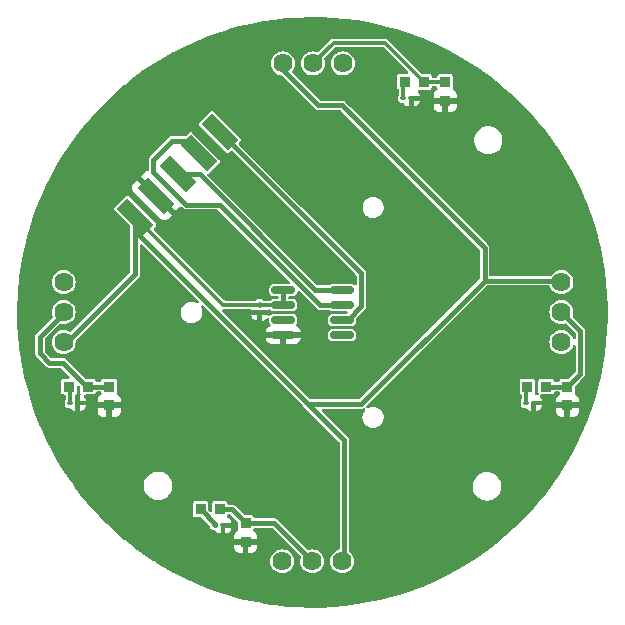
<source format=gbr>
%TF.GenerationSoftware,KiCad,Pcbnew,8.0.4*%
%TF.CreationDate,2024-09-16T16:08:36+01:00*%
%TF.ProjectId,algoritmi_motor_buttons_kicad,616c676f-7269-4746-9d69-5f6d6f746f72,rev?*%
%TF.SameCoordinates,Original*%
%TF.FileFunction,Copper,L1,Top*%
%TF.FilePolarity,Positive*%
%FSLAX46Y46*%
G04 Gerber Fmt 4.6, Leading zero omitted, Abs format (unit mm)*
G04 Created by KiCad (PCBNEW 8.0.4) date 2024-09-16 16:08:36*
%MOMM*%
%LPD*%
G01*
G04 APERTURE LIST*
G04 Aperture macros list*
%AMRoundRect*
0 Rectangle with rounded corners*
0 $1 Rounding radius*
0 $2 $3 $4 $5 $6 $7 $8 $9 X,Y pos of 4 corners*
0 Add a 4 corners polygon primitive as box body*
4,1,4,$2,$3,$4,$5,$6,$7,$8,$9,$2,$3,0*
0 Add four circle primitives for the rounded corners*
1,1,$1+$1,$2,$3*
1,1,$1+$1,$4,$5*
1,1,$1+$1,$6,$7*
1,1,$1+$1,$8,$9*
0 Add four rect primitives between the rounded corners*
20,1,$1+$1,$2,$3,$4,$5,0*
20,1,$1+$1,$4,$5,$6,$7,0*
20,1,$1+$1,$6,$7,$8,$9,0*
20,1,$1+$1,$8,$9,$2,$3,0*%
%AMRotRect*
0 Rectangle, with rotation*
0 The origin of the aperture is its center*
0 $1 length*
0 $2 width*
0 $3 Rotation angle, in degrees counterclockwise*
0 Add horizontal line*
21,1,$1,$2,0,0,$3*%
G04 Aperture macros list end*
%TA.AperFunction,SMDPad,CuDef*%
%ADD10R,0.900000X0.950000*%
%TD*%
%TA.AperFunction,SMDPad,CuDef*%
%ADD11RoundRect,0.100000X-0.130000X-0.100000X0.130000X-0.100000X0.130000X0.100000X-0.130000X0.100000X0*%
%TD*%
%TA.AperFunction,ComponentPad*%
%ADD12C,1.620000*%
%TD*%
%TA.AperFunction,SMDPad,CuDef*%
%ADD13R,0.950000X0.900000*%
%TD*%
%TA.AperFunction,SMDPad,CuDef*%
%ADD14RoundRect,0.150000X-0.825000X-0.150000X0.825000X-0.150000X0.825000X0.150000X-0.825000X0.150000X0*%
%TD*%
%TA.AperFunction,SMDPad,CuDef*%
%ADD15RotRect,1.270000X3.180000X45.000000*%
%TD*%
%TA.AperFunction,SMDPad,CuDef*%
%ADD16RoundRect,0.100000X-0.100000X0.130000X-0.100000X-0.130000X0.100000X-0.130000X0.100000X0.130000X0*%
%TD*%
%TA.AperFunction,Conductor*%
%ADD17C,0.400000*%
%TD*%
%TA.AperFunction,Conductor*%
%ADD18C,0.300000*%
%TD*%
%TA.AperFunction,Conductor*%
%ADD19C,0.200000*%
%TD*%
G04 APERTURE END LIST*
D10*
%TO.P,R5,1,1*%
%TO.N,Net-(J4-NO)*%
X152300000Y-71200000D03*
%TO.P,R5,2,2*%
%TO.N,Net-(C4-Pad1)*%
X150700000Y-71200000D03*
%TD*%
%TO.P,R7,1,1*%
%TO.N,Net-(J5-NO)*%
X135000000Y-107400000D03*
%TO.P,R7,2,2*%
%TO.N,Net-(C5-Pad1)*%
X133400000Y-107400000D03*
%TD*%
D11*
%TO.P,C4,1*%
%TO.N,Net-(C4-Pad1)*%
X150560000Y-72600000D03*
%TO.P,C4,2*%
%TO.N,GND*%
X151240000Y-72600000D03*
%TD*%
%TO.P,C5,1*%
%TO.N,Net-(C5-Pad1)*%
X134610000Y-108750000D03*
%TO.P,C5,2*%
%TO.N,GND*%
X135290000Y-108750000D03*
%TD*%
D12*
%TO.P,J2,1,COM*%
%TO.N,+3.3V*%
X121800000Y-93240000D03*
%TO.P,J2,2,NO*%
%TO.N,Net-(J2-NO)*%
X121800000Y-90700000D03*
%TO.P,J2,3,NC*%
%TO.N,unconnected-(J2-NC-Pad3)*%
X121800000Y-88160000D03*
%TD*%
D10*
%TO.P,R2,1,1*%
%TO.N,Net-(J2-NO)*%
X123855000Y-97000000D03*
%TO.P,R2,2,2*%
%TO.N,Net-(C2-Pad1)*%
X122255000Y-97000000D03*
%TD*%
D11*
%TO.P,C3,1*%
%TO.N,Net-(C3-Pad1)*%
X160915000Y-98400000D03*
%TO.P,C3,2*%
%TO.N,GND*%
X161595000Y-98400000D03*
%TD*%
D12*
%TO.P,J5,1,COM*%
%TO.N,+3.3V*%
X145390000Y-111800000D03*
%TO.P,J5,2,NO*%
%TO.N,Net-(J5-NO)*%
X142850000Y-111800000D03*
%TO.P,J5,3,NC*%
%TO.N,unconnected-(J5-NC-Pad3)*%
X140310000Y-111800000D03*
%TD*%
D11*
%TO.P,C2,1*%
%TO.N,Net-(C2-Pad1)*%
X122315000Y-98400000D03*
%TO.P,C2,2*%
%TO.N,GND*%
X122995000Y-98400000D03*
%TD*%
D13*
%TO.P,R6,1,1*%
%TO.N,GND*%
X154100000Y-72800000D03*
%TO.P,R6,2,2*%
%TO.N,Net-(J4-NO)*%
X154100000Y-71200000D03*
%TD*%
D10*
%TO.P,R3,1,1*%
%TO.N,Net-(J3-NO)*%
X162655000Y-97000000D03*
%TO.P,R3,2,2*%
%TO.N,Net-(C3-Pad1)*%
X161055000Y-97000000D03*
%TD*%
D14*
%TO.P,U1,1,VDD*%
%TO.N,+3.3V*%
X140401217Y-88825772D03*
%TO.P,U1,2,MODE*%
X140401217Y-90095772D03*
%TO.P,U1,3,ANALOG/PWM*%
%TO.N,unconnected-(U1-ANALOG{slash}PWM-Pad3)*%
X140401217Y-91365772D03*
%TO.P,U1,4,GND*%
%TO.N,GND*%
X140401217Y-92635772D03*
%TO.P,U1,5,PUSH*%
%TO.N,unconnected-(U1-PUSH-Pad5)*%
X145351217Y-92635772D03*
%TO.P,U1,6,A/U/SDA/DO*%
%TO.N,DO*%
X145351217Y-91365772D03*
%TO.P,U1,7,B/V/SCL/CLK*%
%TO.N,CLK*%
X145351217Y-90095772D03*
%TO.P,U1,8,Z/W/CSN*%
%TO.N,CSN*%
X145351217Y-88825772D03*
%TD*%
D15*
%TO.P,J1,1,1*%
%TO.N,+3.3V*%
X127851922Y-82636126D03*
%TO.P,J1,2,2*%
%TO.N,GND*%
X129647973Y-80840075D03*
%TO.P,J1,3,3*%
%TO.N,CSN*%
X131444024Y-79044024D03*
%TO.P,J1,4,4*%
%TO.N,CLK*%
X133240075Y-77247973D03*
%TO.P,J1,5,5*%
%TO.N,DO*%
X135036126Y-75451922D03*
%TD*%
D16*
%TO.P,C1,1*%
%TO.N,+3.3V*%
X138400000Y-90060000D03*
%TO.P,C1,2*%
%TO.N,GND*%
X138400000Y-90740000D03*
%TD*%
D12*
%TO.P,J4,1,COM*%
%TO.N,+3.3V*%
X140360000Y-69650000D03*
%TO.P,J4,2,NO*%
%TO.N,Net-(J4-NO)*%
X142900000Y-69650000D03*
%TO.P,J4,3,NC*%
%TO.N,unconnected-(J4-NC-Pad3)*%
X145440000Y-69650000D03*
%TD*%
D13*
%TO.P,R1,1,1*%
%TO.N,GND*%
X125655000Y-98600000D03*
%TO.P,R1,2,2*%
%TO.N,Net-(J2-NO)*%
X125655000Y-97000000D03*
%TD*%
D12*
%TO.P,J3,1,COM*%
%TO.N,+3.3V*%
X163950000Y-88160000D03*
%TO.P,J3,2,NO*%
%TO.N,Net-(J3-NO)*%
X163950000Y-90700000D03*
%TO.P,J3,3,NC*%
%TO.N,unconnected-(J3-NC-Pad3)*%
X163950000Y-93240000D03*
%TD*%
D13*
%TO.P,R8,1,1*%
%TO.N,GND*%
X137200000Y-110150000D03*
%TO.P,R8,2,2*%
%TO.N,Net-(J5-NO)*%
X137200000Y-108550000D03*
%TD*%
%TO.P,R4,1,1*%
%TO.N,GND*%
X164455000Y-98600000D03*
%TO.P,R4,2,2*%
%TO.N,Net-(J3-NO)*%
X164455000Y-97000000D03*
%TD*%
D17*
%TO.N,+3.3V*%
X142516862Y-98483138D02*
X127851922Y-83818197D01*
X140360000Y-69600000D02*
X140360000Y-70183783D01*
X163950000Y-88460000D02*
X163950000Y-88160000D01*
X157440294Y-88030772D02*
X146987928Y-98483138D01*
X121800000Y-93340000D02*
X122010772Y-93340000D01*
X140401217Y-88825772D02*
X140401217Y-90095772D01*
X163950000Y-88160000D02*
X163820772Y-88030772D01*
X163820772Y-88030772D02*
X157440294Y-88030772D01*
D18*
X138400000Y-90080000D02*
X135295796Y-90080000D01*
D17*
X122010772Y-93340000D02*
X127851922Y-87498850D01*
X145390000Y-111800000D02*
X145576217Y-111613783D01*
X143376217Y-73200000D02*
X145400000Y-73200000D01*
X157440294Y-85240294D02*
X157440294Y-88030772D01*
X127851922Y-83818197D02*
X127851922Y-82636126D01*
D18*
X135295796Y-90080000D02*
X127851922Y-82636126D01*
D19*
X140385445Y-90080000D02*
X140401217Y-90095772D01*
D17*
X145576217Y-101542492D02*
X142516862Y-98483138D01*
X140360000Y-70183783D02*
X143376217Y-73200000D01*
D18*
X138400000Y-90080000D02*
X140385445Y-90080000D01*
D17*
X145576217Y-111613783D02*
X145576217Y-101542492D01*
X145400000Y-73200000D02*
X157440294Y-85240294D01*
X127851922Y-87498850D02*
X127851922Y-82636126D01*
X146987928Y-98483138D02*
X142516862Y-98483138D01*
D18*
%TO.N,Net-(C2-Pad1)*%
X122335000Y-97080000D02*
X122255000Y-97000000D01*
X122335000Y-98400000D02*
X122335000Y-97080000D01*
%TO.N,Net-(C3-Pad1)*%
X160935000Y-97120000D02*
X161055000Y-97000000D01*
X160935000Y-98400000D02*
X160935000Y-97120000D01*
%TO.N,Net-(C4-Pad1)*%
X150560000Y-71340000D02*
X150700000Y-71200000D01*
X150560000Y-72600000D02*
X150560000Y-71340000D01*
D17*
%TO.N,Net-(C5-Pad1)*%
X134610000Y-108610000D02*
X133400000Y-107400000D01*
X134610000Y-108750000D02*
X134610000Y-108610000D01*
%TO.N,CLK*%
X135013891Y-81600000D02*
X143509663Y-90095772D01*
X129400000Y-77800000D02*
X129400000Y-78800000D01*
X143509663Y-90095772D02*
X145351217Y-90095772D01*
X131000000Y-76200000D02*
X129400000Y-77800000D01*
X132192102Y-76200000D02*
X131000000Y-76200000D01*
X133240075Y-77247973D02*
X132192102Y-76200000D01*
X129400000Y-78800000D02*
X132200000Y-81600000D01*
X132200000Y-81600000D02*
X135013891Y-81600000D01*
%TO.N,CSN*%
X133306443Y-79044024D02*
X143088191Y-88825772D01*
X131444024Y-79044024D02*
X133306443Y-79044024D01*
X143088191Y-88825772D02*
X145351217Y-88825772D01*
%TO.N,DO*%
X135036126Y-75451922D02*
X147000000Y-87415796D01*
X145838191Y-91365772D02*
X145351217Y-91365772D01*
X147000000Y-90203963D02*
X145838191Y-91365772D01*
X147000000Y-87415796D02*
X147000000Y-90203963D01*
%TO.N,Net-(J2-NO)*%
X123855000Y-97000000D02*
X125655000Y-97000000D01*
X119800000Y-94200000D02*
X119800000Y-92800000D01*
X123748801Y-97000000D02*
X121748801Y-95000000D01*
X123855000Y-97000000D02*
X123748801Y-97000000D01*
X119800000Y-92800000D02*
X121800000Y-90800000D01*
X121748801Y-95000000D02*
X120600000Y-95000000D01*
X120600000Y-95000000D02*
X119800000Y-94200000D01*
%TO.N,Net-(J3-NO)*%
X163950000Y-90700000D02*
X164079228Y-90570772D01*
X165550000Y-95905000D02*
X165550000Y-92300000D01*
X164455000Y-97000000D02*
X165550000Y-95905000D01*
X165550000Y-92300000D02*
X163950000Y-90700000D01*
X164079228Y-90570772D02*
X164180000Y-90570772D01*
X162655000Y-97000000D02*
X164455000Y-97000000D01*
D18*
%TO.N,Net-(J4-NO)*%
X149000000Y-67900000D02*
X144650000Y-67900000D01*
X152300000Y-71200000D02*
X149000000Y-67900000D01*
X152300000Y-71200000D02*
X154100000Y-71200000D01*
X144650000Y-67900000D02*
X142900000Y-69650000D01*
D17*
%TO.N,Net-(J5-NO)*%
X139600000Y-108550000D02*
X142850000Y-111800000D01*
X135000000Y-107400000D02*
X136050000Y-107400000D01*
X136050000Y-107400000D02*
X137200000Y-108550000D01*
X137200000Y-108550000D02*
X139600000Y-108550000D01*
%TD*%
%TA.AperFunction,Conductor*%
%TO.N,GND*%
G36*
X143624090Y-65739506D02*
G01*
X143629031Y-65739654D01*
X144623386Y-65789438D01*
X144628289Y-65789782D01*
X145619903Y-65879315D01*
X145624757Y-65879851D01*
X146611998Y-66008986D01*
X146616844Y-66009719D01*
X147598103Y-66178246D01*
X147602949Y-66179179D01*
X148576678Y-66386830D01*
X148581442Y-66387947D01*
X149546055Y-66634384D01*
X149550837Y-66635708D01*
X150004491Y-66771156D01*
X150504817Y-66920540D01*
X150509502Y-66922041D01*
X151451377Y-67244832D01*
X151455998Y-67246520D01*
X152384169Y-67606724D01*
X152388683Y-67608580D01*
X153301720Y-68005641D01*
X153306224Y-68007708D01*
X154202592Y-68440955D01*
X154206982Y-68443186D01*
X155085353Y-68911980D01*
X155089645Y-68914382D01*
X155569108Y-69195481D01*
X155948509Y-69417916D01*
X155952738Y-69420511D01*
X156790767Y-69958002D01*
X156794878Y-69960756D01*
X157610716Y-70531336D01*
X157614716Y-70534253D01*
X157880329Y-70736312D01*
X158407113Y-71137050D01*
X158411001Y-71140133D01*
X159178632Y-71774137D01*
X159182346Y-71777332D01*
X159924010Y-72441555D01*
X159927615Y-72444916D01*
X160262593Y-72769987D01*
X160642094Y-73138265D01*
X160645585Y-73141791D01*
X161331741Y-73863162D01*
X161335088Y-73866825D01*
X161991828Y-74615063D01*
X161995026Y-74618857D01*
X162621301Y-75392770D01*
X162624345Y-75396689D01*
X163219171Y-76195061D01*
X163222055Y-76199099D01*
X163784439Y-77020596D01*
X163787158Y-77024743D01*
X164176532Y-77645413D01*
X164316242Y-77868112D01*
X164318794Y-77872368D01*
X164813709Y-78736227D01*
X164816089Y-78740581D01*
X165276031Y-79623521D01*
X165278231Y-79627958D01*
X165682660Y-80486522D01*
X165702492Y-80528622D01*
X165704517Y-80533153D01*
X166092406Y-81450082D01*
X166094247Y-81454690D01*
X166445127Y-82386365D01*
X166446783Y-82391043D01*
X166760115Y-83336038D01*
X166761582Y-83340778D01*
X167036852Y-84297549D01*
X167038128Y-84302344D01*
X167274894Y-85269341D01*
X167275978Y-85274184D01*
X167473868Y-86249902D01*
X167474757Y-86254783D01*
X167633455Y-87237653D01*
X167634147Y-87242567D01*
X167753386Y-88230953D01*
X167753882Y-88235891D01*
X167833483Y-89228280D01*
X167833781Y-89233233D01*
X167873628Y-90228353D01*
X167873725Y-90232694D01*
X167876213Y-90730152D01*
X167876213Y-90731392D01*
X167873725Y-91228849D01*
X167873628Y-91233190D01*
X167833781Y-92228310D01*
X167833483Y-92233263D01*
X167753882Y-93225652D01*
X167753386Y-93230590D01*
X167634147Y-94218976D01*
X167633455Y-94223890D01*
X167474757Y-95206760D01*
X167473868Y-95211641D01*
X167275978Y-96187359D01*
X167274894Y-96192202D01*
X167038128Y-97159199D01*
X167036852Y-97163994D01*
X166761582Y-98120765D01*
X166760115Y-98125505D01*
X166446783Y-99070500D01*
X166445127Y-99075178D01*
X166094247Y-100006853D01*
X166092406Y-100011461D01*
X165704517Y-100928390D01*
X165702492Y-100932921D01*
X165278235Y-101833577D01*
X165276031Y-101838022D01*
X164816089Y-102720962D01*
X164813709Y-102725316D01*
X164318794Y-103589175D01*
X164316242Y-103593431D01*
X163787160Y-104436797D01*
X163784439Y-104440947D01*
X163222055Y-105262444D01*
X163219171Y-105266482D01*
X162624345Y-106064854D01*
X162621301Y-106068773D01*
X161995026Y-106842686D01*
X161991828Y-106846480D01*
X161335088Y-107594718D01*
X161331741Y-107598381D01*
X160645585Y-108319752D01*
X160642094Y-108323278D01*
X159927627Y-109016616D01*
X159923997Y-109020000D01*
X159182370Y-109684190D01*
X159178608Y-109687426D01*
X158411001Y-110321410D01*
X158407113Y-110324493D01*
X157614725Y-110927283D01*
X157610716Y-110930207D01*
X156794890Y-111500779D01*
X156790767Y-111503541D01*
X155952738Y-112041032D01*
X155948509Y-112043627D01*
X155089664Y-112547150D01*
X155085334Y-112549574D01*
X154206999Y-113018348D01*
X154202575Y-113020596D01*
X153306230Y-113453832D01*
X153301720Y-113455902D01*
X152388720Y-113852947D01*
X152384131Y-113854834D01*
X151456018Y-114215015D01*
X151451357Y-114216718D01*
X150509529Y-114539493D01*
X150504803Y-114541007D01*
X149550837Y-114825835D01*
X149546055Y-114827159D01*
X148581476Y-115073588D01*
X148576645Y-115074720D01*
X147602963Y-115282361D01*
X147598090Y-115283299D01*
X146616874Y-115451819D01*
X146611968Y-115452561D01*
X145624796Y-115581687D01*
X145619864Y-115582232D01*
X144628313Y-115671759D01*
X144623362Y-115672106D01*
X143629040Y-115721888D01*
X143624081Y-115722037D01*
X142628541Y-115731999D01*
X142623579Y-115731949D01*
X141628462Y-115702071D01*
X141623506Y-115701823D01*
X140630372Y-115632155D01*
X140625437Y-115631709D01*
X140412435Y-115608172D01*
X139635862Y-115522358D01*
X139630942Y-115521714D01*
X138646559Y-115372863D01*
X138641669Y-115372023D01*
X137664027Y-115183906D01*
X137659174Y-115182871D01*
X136689851Y-114955790D01*
X136685043Y-114954562D01*
X135725557Y-114688875D01*
X135720802Y-114687455D01*
X134772749Y-114383604D01*
X134768055Y-114381996D01*
X133832866Y-114040437D01*
X133828240Y-114038641D01*
X132907516Y-113659960D01*
X132902965Y-113657981D01*
X131998108Y-113242756D01*
X131993641Y-113240597D01*
X131106132Y-112789507D01*
X131101754Y-112787171D01*
X130846425Y-112644264D01*
X130232981Y-112300920D01*
X130228700Y-112298410D01*
X130049665Y-112188574D01*
X129416282Y-111800000D01*
X139294611Y-111800000D01*
X139314121Y-111998095D01*
X139371903Y-112188574D01*
X139465731Y-112364114D01*
X139465735Y-112364121D01*
X139592011Y-112517988D01*
X139745878Y-112644264D01*
X139745885Y-112644268D01*
X139921425Y-112738096D01*
X139921427Y-112738097D01*
X140111907Y-112795879D01*
X140310000Y-112815389D01*
X140508093Y-112795879D01*
X140698573Y-112738097D01*
X140874120Y-112644265D01*
X141027988Y-112517988D01*
X141154265Y-112364120D01*
X141248097Y-112188573D01*
X141305879Y-111998093D01*
X141325389Y-111800000D01*
X141305879Y-111601907D01*
X141248097Y-111411427D01*
X141154265Y-111235880D01*
X141154264Y-111235878D01*
X141027988Y-111082011D01*
X140874121Y-110955735D01*
X140874114Y-110955731D01*
X140698574Y-110861903D01*
X140508095Y-110804121D01*
X140310000Y-110784611D01*
X140111904Y-110804121D01*
X139921425Y-110861903D01*
X139745885Y-110955731D01*
X139745878Y-110955735D01*
X139592011Y-111082011D01*
X139465735Y-111235878D01*
X139465731Y-111235885D01*
X139371903Y-111411425D01*
X139314121Y-111601904D01*
X139294611Y-111800000D01*
X129416282Y-111800000D01*
X129380078Y-111777789D01*
X129375936Y-111775132D01*
X128571077Y-111235885D01*
X128548813Y-111220968D01*
X128544747Y-111218124D01*
X127763117Y-110647844D01*
X136225000Y-110647844D01*
X136231401Y-110707372D01*
X136231403Y-110707379D01*
X136281645Y-110842086D01*
X136281649Y-110842093D01*
X136367809Y-110957187D01*
X136367812Y-110957190D01*
X136482906Y-111043350D01*
X136482913Y-111043354D01*
X136617620Y-111093596D01*
X136617627Y-111093598D01*
X136677155Y-111099999D01*
X136677172Y-111100000D01*
X136950000Y-111100000D01*
X137450000Y-111100000D01*
X137722828Y-111100000D01*
X137722844Y-111099999D01*
X137782372Y-111093598D01*
X137782379Y-111093596D01*
X137917086Y-111043354D01*
X137917093Y-111043350D01*
X138032187Y-110957190D01*
X138032190Y-110957187D01*
X138118350Y-110842093D01*
X138118354Y-110842086D01*
X138168596Y-110707379D01*
X138168598Y-110707372D01*
X138174999Y-110647844D01*
X138175000Y-110647827D01*
X138175000Y-110400000D01*
X137450000Y-110400000D01*
X137450000Y-111100000D01*
X136950000Y-111100000D01*
X136950000Y-110400000D01*
X136225000Y-110400000D01*
X136225000Y-110647844D01*
X127763117Y-110647844D01*
X127740487Y-110631333D01*
X127736538Y-110628329D01*
X126956391Y-110009823D01*
X126952565Y-110006663D01*
X126197791Y-109357440D01*
X126194094Y-109354129D01*
X125465896Y-108675225D01*
X125462335Y-108671769D01*
X124761896Y-107964286D01*
X124758476Y-107960691D01*
X124086887Y-107225734D01*
X124083614Y-107222005D01*
X123816620Y-106905247D01*
X132749500Y-106905247D01*
X132749500Y-107894752D01*
X132761131Y-107953229D01*
X132761132Y-107953230D01*
X132805447Y-108019552D01*
X132871769Y-108063867D01*
X132871770Y-108063868D01*
X132930247Y-108075499D01*
X132930250Y-108075500D01*
X132930252Y-108075500D01*
X133457745Y-108075500D01*
X133524784Y-108095185D01*
X133545426Y-108111819D01*
X134143181Y-108709574D01*
X134176666Y-108770897D01*
X134179500Y-108797254D01*
X134179500Y-108894856D01*
X134179502Y-108894881D01*
X134182414Y-108919988D01*
X134182415Y-108919991D01*
X134227793Y-109022764D01*
X134227794Y-109022765D01*
X134307235Y-109102206D01*
X134410009Y-109147585D01*
X134435135Y-109150500D01*
X134542830Y-109150499D01*
X134542838Y-109150500D01*
X134573148Y-109150500D01*
X134640187Y-109170185D01*
X134671523Y-109199013D01*
X134732073Y-109277922D01*
X134857413Y-109374100D01*
X135003365Y-109434554D01*
X135003369Y-109434555D01*
X135090000Y-109445961D01*
X135090000Y-109445959D01*
X135490000Y-109445959D01*
X135490001Y-109445960D01*
X135576627Y-109434557D01*
X135576633Y-109434555D01*
X135722585Y-109374100D01*
X135847924Y-109277924D01*
X135944100Y-109152586D01*
X136004555Y-109006631D01*
X136012012Y-108950000D01*
X135490000Y-108950000D01*
X135490000Y-109445959D01*
X135090000Y-109445959D01*
X135090000Y-108674000D01*
X135109685Y-108606961D01*
X135162489Y-108561206D01*
X135214000Y-108550000D01*
X136012010Y-108550000D01*
X136012011Y-108549998D01*
X136004557Y-108493372D01*
X136004555Y-108493366D01*
X135944100Y-108347414D01*
X135847924Y-108222075D01*
X135722585Y-108125898D01*
X135704639Y-108118465D01*
X135650236Y-108074624D01*
X135628172Y-108008329D01*
X135637535Y-107956444D01*
X135638864Y-107953234D01*
X135638867Y-107953231D01*
X135638867Y-107953226D01*
X135638869Y-107953224D01*
X135649395Y-107900308D01*
X135681780Y-107838397D01*
X135742496Y-107803823D01*
X135771012Y-107800500D01*
X135832745Y-107800500D01*
X135899784Y-107820185D01*
X135920426Y-107836819D01*
X136488181Y-108404573D01*
X136521666Y-108465896D01*
X136524500Y-108492254D01*
X136524500Y-109019752D01*
X136536131Y-109078229D01*
X136540806Y-109089513D01*
X136538754Y-109090362D01*
X136554797Y-109141596D01*
X136536312Y-109208976D01*
X136490252Y-109252637D01*
X136482910Y-109256646D01*
X136367812Y-109342809D01*
X136367809Y-109342812D01*
X136281649Y-109457906D01*
X136281645Y-109457913D01*
X136231403Y-109592620D01*
X136231401Y-109592627D01*
X136225000Y-109652155D01*
X136225000Y-109900000D01*
X138175000Y-109900000D01*
X138175000Y-109652172D01*
X138174999Y-109652155D01*
X138168598Y-109592627D01*
X138168596Y-109592620D01*
X138118354Y-109457913D01*
X138118350Y-109457906D01*
X138032190Y-109342812D01*
X138032187Y-109342809D01*
X137917087Y-109256645D01*
X137909750Y-109252638D01*
X137860347Y-109203231D01*
X137845498Y-109134957D01*
X137860844Y-109090196D01*
X137859194Y-109089513D01*
X137863864Y-109078234D01*
X137863867Y-109078231D01*
X137865765Y-109068686D01*
X137869422Y-109050308D01*
X137901807Y-108988397D01*
X137962523Y-108953823D01*
X137991039Y-108950500D01*
X139382745Y-108950500D01*
X139449784Y-108970185D01*
X139470426Y-108986819D01*
X141855421Y-111371814D01*
X141888906Y-111433137D01*
X141886401Y-111495489D01*
X141854121Y-111601906D01*
X141834611Y-111800000D01*
X141854121Y-111998095D01*
X141911903Y-112188574D01*
X142005731Y-112364114D01*
X142005735Y-112364121D01*
X142132011Y-112517988D01*
X142285878Y-112644264D01*
X142285885Y-112644268D01*
X142461425Y-112738096D01*
X142461427Y-112738097D01*
X142651907Y-112795879D01*
X142850000Y-112815389D01*
X143048093Y-112795879D01*
X143238573Y-112738097D01*
X143414120Y-112644265D01*
X143567988Y-112517988D01*
X143694265Y-112364120D01*
X143788097Y-112188573D01*
X143845879Y-111998093D01*
X143865389Y-111800000D01*
X143845879Y-111601907D01*
X143788097Y-111411427D01*
X143694265Y-111235880D01*
X143694264Y-111235878D01*
X143567988Y-111082011D01*
X143414121Y-110955735D01*
X143414114Y-110955731D01*
X143238574Y-110861903D01*
X143048095Y-110804121D01*
X142850000Y-110784611D01*
X142651906Y-110804121D01*
X142545489Y-110836401D01*
X142475622Y-110837024D01*
X142421814Y-110805421D01*
X139845915Y-108229522D01*
X139845913Y-108229520D01*
X139800250Y-108203156D01*
X139754589Y-108176793D01*
X139703657Y-108163146D01*
X139652727Y-108149500D01*
X139652726Y-108149500D01*
X137991039Y-108149500D01*
X137924000Y-108129815D01*
X137878245Y-108077011D01*
X137869422Y-108049692D01*
X137863867Y-108021770D01*
X137863867Y-108021769D01*
X137819552Y-107955447D01*
X137753230Y-107911132D01*
X137753229Y-107911131D01*
X137694752Y-107899500D01*
X137694748Y-107899500D01*
X137167254Y-107899500D01*
X137100215Y-107879815D01*
X137079573Y-107863181D01*
X136700499Y-107484107D01*
X136295913Y-107079520D01*
X136250250Y-107053156D01*
X136204589Y-107026793D01*
X136153657Y-107013146D01*
X136102727Y-106999500D01*
X136102726Y-106999500D01*
X135771012Y-106999500D01*
X135703973Y-106979815D01*
X135658218Y-106927011D01*
X135649395Y-106899692D01*
X135638867Y-106846770D01*
X135638867Y-106846769D01*
X135594552Y-106780447D01*
X135528230Y-106736132D01*
X135528229Y-106736131D01*
X135469752Y-106724500D01*
X135469748Y-106724500D01*
X134530252Y-106724500D01*
X134530247Y-106724500D01*
X134471770Y-106736131D01*
X134471769Y-106736132D01*
X134405447Y-106780447D01*
X134361132Y-106846769D01*
X134361131Y-106846770D01*
X134349500Y-106905247D01*
X134349500Y-107483745D01*
X134329815Y-107550784D01*
X134277011Y-107596539D01*
X134207853Y-107606483D01*
X134144297Y-107577458D01*
X134137819Y-107571426D01*
X134086819Y-107520426D01*
X134053334Y-107459103D01*
X134050500Y-107432745D01*
X134050500Y-106905249D01*
X134050499Y-106905247D01*
X134038868Y-106846770D01*
X134038867Y-106846769D01*
X133994552Y-106780447D01*
X133928230Y-106736132D01*
X133928229Y-106736131D01*
X133869752Y-106724500D01*
X133869748Y-106724500D01*
X132930252Y-106724500D01*
X132930247Y-106724500D01*
X132871770Y-106736131D01*
X132871769Y-106736132D01*
X132805447Y-106780447D01*
X132761132Y-106846769D01*
X132761131Y-106846770D01*
X132749500Y-106905247D01*
X123816620Y-106905247D01*
X123441975Y-106460773D01*
X123438853Y-106456915D01*
X123219680Y-106174709D01*
X122828172Y-105670605D01*
X122825214Y-105666634D01*
X122749719Y-105560956D01*
X122555468Y-105289041D01*
X128602559Y-105289041D01*
X128602559Y-105510959D01*
X128643337Y-105729099D01*
X128643338Y-105729101D01*
X128723501Y-105936029D01*
X128723504Y-105936035D01*
X128840326Y-106124709D01*
X128840328Y-106124711D01*
X128989830Y-106288708D01*
X129166925Y-106422444D01*
X129166933Y-106422449D01*
X129365579Y-106521363D01*
X129365580Y-106521363D01*
X129365581Y-106521364D01*
X129579028Y-106582094D01*
X129800000Y-106602571D01*
X130020972Y-106582094D01*
X130234419Y-106521364D01*
X130433072Y-106422446D01*
X130610167Y-106288710D01*
X130759672Y-106124711D01*
X130876497Y-105936032D01*
X130956663Y-105729099D01*
X130997441Y-105510959D01*
X131000000Y-105400000D01*
X130997441Y-105289041D01*
X130956663Y-105070901D01*
X130876497Y-104863968D01*
X130871897Y-104856539D01*
X130759673Y-104675290D01*
X130759671Y-104675288D01*
X130610169Y-104511291D01*
X130433074Y-104377555D01*
X130433066Y-104377550D01*
X130234420Y-104278636D01*
X130234421Y-104278636D01*
X130111933Y-104243786D01*
X130020972Y-104217906D01*
X130020969Y-104217905D01*
X130020971Y-104217905D01*
X129800001Y-104197430D01*
X129799999Y-104197430D01*
X129579030Y-104217905D01*
X129365578Y-104278636D01*
X129166933Y-104377550D01*
X129166925Y-104377555D01*
X128989830Y-104511291D01*
X128840328Y-104675288D01*
X128840326Y-104675290D01*
X128723504Y-104863964D01*
X128723501Y-104863970D01*
X128643338Y-105070898D01*
X128643337Y-105070901D01*
X128602559Y-105289041D01*
X122555468Y-105289041D01*
X122246494Y-104856537D01*
X122243693Y-104852444D01*
X121697855Y-104019852D01*
X121695218Y-104015649D01*
X121183120Y-103161870D01*
X121180653Y-103157564D01*
X120703129Y-102283991D01*
X120700836Y-102279590D01*
X120430062Y-101733388D01*
X120258632Y-101387580D01*
X120256520Y-101383095D01*
X120217862Y-101296578D01*
X119850378Y-100474148D01*
X119848448Y-100469588D01*
X119834115Y-100433724D01*
X119478975Y-99545064D01*
X119477230Y-99540429D01*
X119320585Y-99097844D01*
X124680000Y-99097844D01*
X124686401Y-99157372D01*
X124686403Y-99157379D01*
X124736645Y-99292086D01*
X124736649Y-99292093D01*
X124822809Y-99407187D01*
X124822812Y-99407190D01*
X124937906Y-99493350D01*
X124937913Y-99493354D01*
X125072620Y-99543596D01*
X125072627Y-99543598D01*
X125132155Y-99549999D01*
X125132172Y-99550000D01*
X125405000Y-99550000D01*
X125905000Y-99550000D01*
X126177828Y-99550000D01*
X126177844Y-99549999D01*
X126237372Y-99543598D01*
X126237379Y-99543596D01*
X126372086Y-99493354D01*
X126372093Y-99493350D01*
X126487187Y-99407190D01*
X126487190Y-99407187D01*
X126573350Y-99292093D01*
X126573354Y-99292086D01*
X126623596Y-99157379D01*
X126623598Y-99157372D01*
X126629999Y-99097844D01*
X126630000Y-99097827D01*
X126630000Y-98850000D01*
X125905000Y-98850000D01*
X125905000Y-99550000D01*
X125405000Y-99550000D01*
X125405000Y-98850000D01*
X124680000Y-98850000D01*
X124680000Y-99097844D01*
X119320585Y-99097844D01*
X119145046Y-98601876D01*
X119143509Y-98597241D01*
X118849141Y-97646138D01*
X118847770Y-97641374D01*
X118827498Y-97565210D01*
X118591694Y-96679273D01*
X118590517Y-96674463D01*
X118558251Y-96530247D01*
X118373143Y-95702903D01*
X118372161Y-95698063D01*
X118370282Y-95687745D01*
X118193827Y-94718549D01*
X118193040Y-94713671D01*
X118054040Y-93727816D01*
X118053449Y-93722912D01*
X118037776Y-93566787D01*
X117955508Y-92747273D01*
X119399500Y-92747273D01*
X119399500Y-94147273D01*
X119399500Y-94252727D01*
X119413146Y-94303657D01*
X119426793Y-94354589D01*
X119453156Y-94400250D01*
X119479520Y-94445913D01*
X120354087Y-95320480D01*
X120445412Y-95373207D01*
X120547273Y-95400500D01*
X120652727Y-95400500D01*
X121531546Y-95400500D01*
X121598585Y-95420185D01*
X121619227Y-95436819D01*
X122295227Y-96112819D01*
X122328712Y-96174142D01*
X122323728Y-96243834D01*
X122281856Y-96299767D01*
X122216392Y-96324184D01*
X122207546Y-96324500D01*
X121785247Y-96324500D01*
X121726770Y-96336131D01*
X121726769Y-96336132D01*
X121660447Y-96380447D01*
X121616132Y-96446769D01*
X121616131Y-96446770D01*
X121604500Y-96505247D01*
X121604500Y-97494752D01*
X121616131Y-97553229D01*
X121616132Y-97553230D01*
X121660447Y-97619552D01*
X121726769Y-97663867D01*
X121726770Y-97663868D01*
X121785247Y-97675499D01*
X121785250Y-97675500D01*
X121785252Y-97675500D01*
X121860500Y-97675500D01*
X121927539Y-97695185D01*
X121973294Y-97747989D01*
X121984500Y-97799500D01*
X121984500Y-98024167D01*
X121964815Y-98091206D01*
X121948181Y-98111848D01*
X121932794Y-98127234D01*
X121887415Y-98230006D01*
X121887415Y-98230008D01*
X121884500Y-98255131D01*
X121884500Y-98544856D01*
X121884502Y-98544882D01*
X121887413Y-98569987D01*
X121887415Y-98569991D01*
X121932793Y-98672764D01*
X121932794Y-98672765D01*
X122012235Y-98752206D01*
X122115009Y-98797585D01*
X122140135Y-98800500D01*
X122278148Y-98800499D01*
X122345186Y-98820183D01*
X122376522Y-98849012D01*
X122437073Y-98927922D01*
X122562413Y-99024100D01*
X122708365Y-99084554D01*
X122708369Y-99084555D01*
X122795000Y-99095961D01*
X122795000Y-99095959D01*
X123195000Y-99095959D01*
X123195001Y-99095960D01*
X123281627Y-99084557D01*
X123281633Y-99084555D01*
X123427585Y-99024100D01*
X123552924Y-98927924D01*
X123649100Y-98802586D01*
X123709555Y-98656631D01*
X123717012Y-98600000D01*
X123195000Y-98600000D01*
X123195000Y-99095959D01*
X122795000Y-99095959D01*
X122795000Y-97722282D01*
X122814685Y-97655243D01*
X122841090Y-97628361D01*
X122840917Y-97628188D01*
X122849551Y-97619553D01*
X122849552Y-97619552D01*
X122893867Y-97553231D01*
X122893867Y-97553229D01*
X122893868Y-97553229D01*
X122905499Y-97494752D01*
X122905500Y-97494750D01*
X122905500Y-97022454D01*
X122925185Y-96955415D01*
X122977989Y-96909660D01*
X123047147Y-96899716D01*
X123110703Y-96928741D01*
X123117181Y-96934773D01*
X123168181Y-96985773D01*
X123201666Y-97047096D01*
X123204500Y-97073454D01*
X123204500Y-97494752D01*
X123216131Y-97553229D01*
X123220806Y-97564513D01*
X123217590Y-97565844D01*
X123232322Y-97612894D01*
X123213836Y-97680274D01*
X123195000Y-97702541D01*
X123195000Y-98200000D01*
X123717010Y-98200000D01*
X123717011Y-98199998D01*
X123709557Y-98143372D01*
X123709555Y-98143366D01*
X123649100Y-97997412D01*
X123649098Y-97997409D01*
X123555159Y-97874987D01*
X123529964Y-97809818D01*
X123544002Y-97741373D01*
X123592816Y-97691383D01*
X123653534Y-97675500D01*
X124324750Y-97675500D01*
X124324751Y-97675499D01*
X124339568Y-97672552D01*
X124383229Y-97663868D01*
X124383229Y-97663867D01*
X124383231Y-97663867D01*
X124449552Y-97619552D01*
X124493867Y-97553231D01*
X124498840Y-97528229D01*
X124504395Y-97500308D01*
X124536780Y-97438397D01*
X124597496Y-97403823D01*
X124626012Y-97400500D01*
X124863961Y-97400500D01*
X124931000Y-97420185D01*
X124976755Y-97472989D01*
X124985578Y-97500308D01*
X124991132Y-97528229D01*
X124995806Y-97539513D01*
X124993754Y-97540362D01*
X125009797Y-97591596D01*
X124991312Y-97658976D01*
X124945252Y-97702637D01*
X124937910Y-97706646D01*
X124822812Y-97792809D01*
X124822809Y-97792812D01*
X124736649Y-97907906D01*
X124736645Y-97907913D01*
X124686403Y-98042620D01*
X124686401Y-98042627D01*
X124680000Y-98102155D01*
X124680000Y-98350000D01*
X126630000Y-98350000D01*
X126630000Y-98102172D01*
X126629999Y-98102155D01*
X126623598Y-98042627D01*
X126623596Y-98042620D01*
X126573354Y-97907913D01*
X126573350Y-97907906D01*
X126487190Y-97792812D01*
X126487187Y-97792809D01*
X126372087Y-97706645D01*
X126364750Y-97702638D01*
X126315347Y-97653231D01*
X126300498Y-97584957D01*
X126315844Y-97540196D01*
X126314194Y-97539513D01*
X126318868Y-97528229D01*
X126330499Y-97469752D01*
X126330500Y-97469750D01*
X126330500Y-96530249D01*
X126330499Y-96530247D01*
X126318868Y-96471770D01*
X126318867Y-96471769D01*
X126274552Y-96405447D01*
X126208230Y-96361132D01*
X126208229Y-96361131D01*
X126149752Y-96349500D01*
X126149748Y-96349500D01*
X125160252Y-96349500D01*
X125160247Y-96349500D01*
X125101770Y-96361131D01*
X125101769Y-96361132D01*
X125035447Y-96405447D01*
X124991132Y-96471769D01*
X124991132Y-96471770D01*
X124985578Y-96499692D01*
X124953193Y-96561603D01*
X124892477Y-96596177D01*
X124863961Y-96599500D01*
X124626012Y-96599500D01*
X124558973Y-96579815D01*
X124513218Y-96527011D01*
X124504395Y-96499692D01*
X124493867Y-96446770D01*
X124493867Y-96446769D01*
X124449552Y-96380447D01*
X124383230Y-96336132D01*
X124383229Y-96336131D01*
X124324752Y-96324500D01*
X124324748Y-96324500D01*
X123691056Y-96324500D01*
X123624017Y-96304815D01*
X123603375Y-96288181D01*
X121994716Y-94679522D01*
X121994714Y-94679520D01*
X121949051Y-94653156D01*
X121903390Y-94626793D01*
X121852458Y-94613146D01*
X121801528Y-94599500D01*
X121801527Y-94599500D01*
X120817255Y-94599500D01*
X120750216Y-94579815D01*
X120729574Y-94563181D01*
X120236819Y-94070426D01*
X120203334Y-94009103D01*
X120200500Y-93982745D01*
X120200500Y-93240000D01*
X120784611Y-93240000D01*
X120804121Y-93438095D01*
X120861903Y-93628574D01*
X120955731Y-93804114D01*
X120955735Y-93804121D01*
X121082011Y-93957988D01*
X121235878Y-94084264D01*
X121235885Y-94084268D01*
X121353759Y-94147273D01*
X121411427Y-94178097D01*
X121601907Y-94235879D01*
X121800000Y-94255389D01*
X121998093Y-94235879D01*
X122188573Y-94178097D01*
X122364120Y-94084265D01*
X122517988Y-93957988D01*
X122644265Y-93804120D01*
X122738097Y-93628573D01*
X122795879Y-93438093D01*
X122815389Y-93240000D01*
X122808744Y-93172531D01*
X122821763Y-93103886D01*
X122844463Y-93072700D01*
X128087625Y-87829537D01*
X128087630Y-87829534D01*
X128097833Y-87819330D01*
X128097835Y-87819330D01*
X128172402Y-87744763D01*
X128225129Y-87653437D01*
X128231336Y-87630271D01*
X128252423Y-87551577D01*
X128252423Y-87446123D01*
X128252423Y-87438528D01*
X128252422Y-87438510D01*
X128252422Y-85084452D01*
X128272107Y-85017413D01*
X128324911Y-84971658D01*
X128394069Y-84961714D01*
X128457625Y-84990739D01*
X128464103Y-84996771D01*
X133227227Y-89759895D01*
X133260712Y-89821218D01*
X133255728Y-89890910D01*
X133213856Y-89946843D01*
X133148392Y-89971260D01*
X133080119Y-89956408D01*
X133077547Y-89954964D01*
X133063481Y-89946843D01*
X132993288Y-89906317D01*
X132993285Y-89906316D01*
X132993282Y-89906314D01*
X132813856Y-89848016D01*
X132813853Y-89848015D01*
X132626217Y-89828294D01*
X132438581Y-89848015D01*
X132438578Y-89848015D01*
X132438577Y-89848016D01*
X132259151Y-89906314D01*
X132259145Y-89906317D01*
X132095754Y-90000651D01*
X131955549Y-90126890D01*
X131955543Y-90126897D01*
X131844650Y-90279528D01*
X131844650Y-90279529D01*
X131767910Y-90451886D01*
X131767908Y-90451891D01*
X131737219Y-90596272D01*
X131728682Y-90636437D01*
X131728682Y-90825107D01*
X131729500Y-90828953D01*
X131767908Y-91009652D01*
X131767910Y-91009657D01*
X131803047Y-91088574D01*
X131840451Y-91172585D01*
X131844648Y-91182010D01*
X131844650Y-91182015D01*
X131955543Y-91334646D01*
X131955549Y-91334653D01*
X132021573Y-91394100D01*
X132095753Y-91460892D01*
X132259146Y-91555227D01*
X132259148Y-91555227D01*
X132259151Y-91555229D01*
X132348863Y-91584378D01*
X132438581Y-91613529D01*
X132626217Y-91633251D01*
X132813853Y-91613529D01*
X132993288Y-91555227D01*
X133156681Y-91460892D01*
X133266512Y-91361999D01*
X133296884Y-91334653D01*
X133296885Y-91334650D01*
X133296889Y-91334648D01*
X133407786Y-91182011D01*
X133484525Y-91009653D01*
X133523752Y-90825107D01*
X133526217Y-90730772D01*
X133523752Y-90636437D01*
X133484525Y-90451891D01*
X133483765Y-90450185D01*
X133407784Y-90279529D01*
X133398499Y-90210279D01*
X133428127Y-90147002D01*
X133487262Y-90109789D01*
X133557128Y-90110454D01*
X133608744Y-90141412D01*
X142192041Y-98724709D01*
X142192062Y-98724732D01*
X145139398Y-101672065D01*
X145172883Y-101733388D01*
X145175717Y-101759746D01*
X145175717Y-110717067D01*
X145156032Y-110784106D01*
X145103228Y-110829861D01*
X145087714Y-110835727D01*
X145001424Y-110861903D01*
X144825885Y-110955731D01*
X144825878Y-110955735D01*
X144672011Y-111082011D01*
X144545735Y-111235878D01*
X144545731Y-111235885D01*
X144451903Y-111411425D01*
X144394121Y-111601904D01*
X144374611Y-111800000D01*
X144394121Y-111998095D01*
X144451903Y-112188574D01*
X144545731Y-112364114D01*
X144545735Y-112364121D01*
X144672011Y-112517988D01*
X144825878Y-112644264D01*
X144825885Y-112644268D01*
X145001425Y-112738096D01*
X145001427Y-112738097D01*
X145191907Y-112795879D01*
X145390000Y-112815389D01*
X145588093Y-112795879D01*
X145778573Y-112738097D01*
X145954120Y-112644265D01*
X146107988Y-112517988D01*
X146234265Y-112364120D01*
X146328097Y-112188573D01*
X146385879Y-111998093D01*
X146405389Y-111800000D01*
X146385879Y-111601907D01*
X146328097Y-111411427D01*
X146234265Y-111235880D01*
X146234264Y-111235878D01*
X146107990Y-111082013D01*
X146022051Y-111011484D01*
X145982717Y-110953738D01*
X145976717Y-110915632D01*
X145976717Y-105339041D01*
X156452559Y-105339041D01*
X156452559Y-105560959D01*
X156493337Y-105779099D01*
X156493338Y-105779101D01*
X156573501Y-105986029D01*
X156573504Y-105986035D01*
X156690326Y-106174709D01*
X156690328Y-106174711D01*
X156839830Y-106338708D01*
X157016925Y-106472444D01*
X157016933Y-106472449D01*
X157215579Y-106571363D01*
X157215580Y-106571363D01*
X157215581Y-106571364D01*
X157429028Y-106632094D01*
X157650000Y-106652571D01*
X157870972Y-106632094D01*
X158084419Y-106571364D01*
X158283072Y-106472446D01*
X158460167Y-106338710D01*
X158609672Y-106174711D01*
X158726497Y-105986032D01*
X158806663Y-105779099D01*
X158847441Y-105560959D01*
X158850000Y-105450000D01*
X158847441Y-105339041D01*
X158806663Y-105120901D01*
X158726497Y-104913968D01*
X158695538Y-104863968D01*
X158609673Y-104725290D01*
X158609671Y-104725288D01*
X158460169Y-104561291D01*
X158283074Y-104427555D01*
X158283066Y-104427550D01*
X158084420Y-104328636D01*
X158084421Y-104328636D01*
X157961933Y-104293786D01*
X157870972Y-104267906D01*
X157870969Y-104267905D01*
X157870971Y-104267905D01*
X157650001Y-104247430D01*
X157649999Y-104247430D01*
X157429030Y-104267905D01*
X157215578Y-104328636D01*
X157016933Y-104427550D01*
X157016925Y-104427555D01*
X156839830Y-104561291D01*
X156690328Y-104725288D01*
X156690326Y-104725290D01*
X156573504Y-104913964D01*
X156573501Y-104913970D01*
X156512708Y-105070898D01*
X156493337Y-105120901D01*
X156452559Y-105339041D01*
X145976717Y-105339041D01*
X145976717Y-101605221D01*
X145976718Y-101605208D01*
X145976718Y-101489766D01*
X145976718Y-101489765D01*
X145949424Y-101387905D01*
X145896697Y-101296579D01*
X145822130Y-101222012D01*
X145822129Y-101222011D01*
X145817799Y-101217681D01*
X145817788Y-101217671D01*
X143695436Y-99095319D01*
X143661951Y-99033996D01*
X143666935Y-98964304D01*
X143708807Y-98908371D01*
X143774271Y-98883954D01*
X143783117Y-98883638D01*
X147040653Y-98883638D01*
X147040655Y-98883638D01*
X147142516Y-98856345D01*
X147145752Y-98854476D01*
X147148833Y-98853728D01*
X147150030Y-98853233D01*
X147150107Y-98853419D01*
X147213648Y-98837997D01*
X147279678Y-98860842D01*
X147322874Y-98915758D01*
X147329524Y-98985311D01*
X147308081Y-99034742D01*
X147218507Y-99158031D01*
X147141770Y-99330383D01*
X147141768Y-99330388D01*
X147107130Y-99493350D01*
X147102542Y-99514934D01*
X147102542Y-99703604D01*
X147110879Y-99742830D01*
X147141768Y-99888149D01*
X147141770Y-99888154D01*
X147218508Y-100060507D01*
X147218510Y-100060512D01*
X147329403Y-100213143D01*
X147329409Y-100213150D01*
X147414697Y-100289942D01*
X147469613Y-100339389D01*
X147633006Y-100433724D01*
X147633008Y-100433724D01*
X147633011Y-100433726D01*
X147722723Y-100462875D01*
X147812441Y-100492026D01*
X148000077Y-100511748D01*
X148187713Y-100492026D01*
X148367148Y-100433724D01*
X148530541Y-100339389D01*
X148640372Y-100240496D01*
X148670744Y-100213150D01*
X148670745Y-100213147D01*
X148670749Y-100213145D01*
X148781646Y-100060508D01*
X148858385Y-99888150D01*
X148897612Y-99703604D01*
X148900077Y-99609269D01*
X148897612Y-99514934D01*
X148858385Y-99330388D01*
X148781646Y-99158030D01*
X148781643Y-99158026D01*
X148781643Y-99158025D01*
X148737919Y-99097844D01*
X163480000Y-99097844D01*
X163486401Y-99157372D01*
X163486403Y-99157379D01*
X163536645Y-99292086D01*
X163536649Y-99292093D01*
X163622809Y-99407187D01*
X163622812Y-99407190D01*
X163737906Y-99493350D01*
X163737913Y-99493354D01*
X163872620Y-99543596D01*
X163872627Y-99543598D01*
X163932155Y-99549999D01*
X163932172Y-99550000D01*
X164205000Y-99550000D01*
X164705000Y-99550000D01*
X164977828Y-99550000D01*
X164977844Y-99549999D01*
X165037372Y-99543598D01*
X165037379Y-99543596D01*
X165172086Y-99493354D01*
X165172093Y-99493350D01*
X165287187Y-99407190D01*
X165287190Y-99407187D01*
X165373350Y-99292093D01*
X165373354Y-99292086D01*
X165423596Y-99157379D01*
X165423598Y-99157372D01*
X165429999Y-99097844D01*
X165430000Y-99097827D01*
X165430000Y-98850000D01*
X164705000Y-98850000D01*
X164705000Y-99550000D01*
X164205000Y-99550000D01*
X164205000Y-98850000D01*
X163480000Y-98850000D01*
X163480000Y-99097844D01*
X148737919Y-99097844D01*
X148670750Y-99005394D01*
X148670744Y-99005387D01*
X148535877Y-98883954D01*
X148530541Y-98879149D01*
X148367148Y-98784814D01*
X148367142Y-98784811D01*
X148187716Y-98726513D01*
X148187713Y-98726512D01*
X148000077Y-98706791D01*
X147812441Y-98726512D01*
X147812438Y-98726512D01*
X147812437Y-98726513D01*
X147633011Y-98784811D01*
X147633008Y-98784813D01*
X147548746Y-98833461D01*
X147480846Y-98849932D01*
X147414819Y-98827080D01*
X147371629Y-98772158D01*
X147364988Y-98702605D01*
X147397005Y-98640502D01*
X147399024Y-98638434D01*
X149532211Y-96505247D01*
X160404500Y-96505247D01*
X160404500Y-97494752D01*
X160416131Y-97553229D01*
X160416132Y-97553230D01*
X160424604Y-97565908D01*
X160460448Y-97619552D01*
X160526769Y-97663867D01*
X160526771Y-97663867D01*
X160529390Y-97665617D01*
X160574196Y-97719229D01*
X160584500Y-97768720D01*
X160584500Y-98024167D01*
X160564815Y-98091206D01*
X160548181Y-98111848D01*
X160532794Y-98127234D01*
X160487415Y-98230006D01*
X160487415Y-98230008D01*
X160484500Y-98255131D01*
X160484500Y-98544856D01*
X160484502Y-98544882D01*
X160487413Y-98569987D01*
X160487415Y-98569991D01*
X160532793Y-98672764D01*
X160532794Y-98672765D01*
X160612235Y-98752206D01*
X160715009Y-98797585D01*
X160740135Y-98800500D01*
X160878148Y-98800499D01*
X160945186Y-98820183D01*
X160976522Y-98849012D01*
X161037073Y-98927922D01*
X161162413Y-99024100D01*
X161308365Y-99084554D01*
X161308369Y-99084555D01*
X161395000Y-99095961D01*
X161395000Y-99095959D01*
X161795000Y-99095959D01*
X161795001Y-99095960D01*
X161881627Y-99084557D01*
X161881633Y-99084555D01*
X162027585Y-99024100D01*
X162152924Y-98927924D01*
X162249100Y-98802586D01*
X162309555Y-98656631D01*
X162317012Y-98600000D01*
X161795000Y-98600000D01*
X161795000Y-99095959D01*
X161395000Y-99095959D01*
X161395000Y-98324000D01*
X161414685Y-98256961D01*
X161467489Y-98211206D01*
X161519000Y-98200000D01*
X162317010Y-98200000D01*
X162317011Y-98199998D01*
X162309557Y-98143372D01*
X162309555Y-98143366D01*
X162249100Y-97997412D01*
X162249098Y-97997409D01*
X162155159Y-97874987D01*
X162129964Y-97809818D01*
X162144002Y-97741373D01*
X162192816Y-97691383D01*
X162253534Y-97675500D01*
X163124750Y-97675500D01*
X163124751Y-97675499D01*
X163139568Y-97672552D01*
X163183229Y-97663868D01*
X163183229Y-97663867D01*
X163183231Y-97663867D01*
X163249552Y-97619552D01*
X163293867Y-97553231D01*
X163298840Y-97528229D01*
X163304395Y-97500308D01*
X163336780Y-97438397D01*
X163397496Y-97403823D01*
X163426012Y-97400500D01*
X163663961Y-97400500D01*
X163731000Y-97420185D01*
X163776755Y-97472989D01*
X163785578Y-97500308D01*
X163791132Y-97528229D01*
X163795806Y-97539513D01*
X163793754Y-97540362D01*
X163809797Y-97591596D01*
X163791312Y-97658976D01*
X163745252Y-97702637D01*
X163737910Y-97706646D01*
X163622812Y-97792809D01*
X163622809Y-97792812D01*
X163536649Y-97907906D01*
X163536645Y-97907913D01*
X163486403Y-98042620D01*
X163486401Y-98042627D01*
X163480000Y-98102155D01*
X163480000Y-98350000D01*
X165430000Y-98350000D01*
X165430000Y-98102172D01*
X165429999Y-98102155D01*
X165423598Y-98042627D01*
X165423596Y-98042620D01*
X165373354Y-97907913D01*
X165373350Y-97907906D01*
X165287190Y-97792812D01*
X165287187Y-97792809D01*
X165172087Y-97706645D01*
X165164750Y-97702638D01*
X165115347Y-97653231D01*
X165100498Y-97584957D01*
X165115844Y-97540196D01*
X165114194Y-97539513D01*
X165118868Y-97528229D01*
X165130499Y-97469752D01*
X165130500Y-97469750D01*
X165130500Y-96942255D01*
X165150185Y-96875216D01*
X165166819Y-96854574D01*
X165516146Y-96505247D01*
X165870480Y-96150913D01*
X165923207Y-96059588D01*
X165950500Y-95957727D01*
X165950500Y-95852273D01*
X165950500Y-92362729D01*
X165950501Y-92362716D01*
X165950501Y-92247274D01*
X165945420Y-92228310D01*
X165923207Y-92145413D01*
X165917352Y-92135272D01*
X165870480Y-92054087D01*
X165795913Y-91979520D01*
X165791582Y-91975189D01*
X165791571Y-91975179D01*
X164944577Y-91128184D01*
X164911092Y-91066861D01*
X164913598Y-91004507D01*
X164945879Y-90898093D01*
X164965389Y-90700000D01*
X164945879Y-90501907D01*
X164888097Y-90311427D01*
X164871047Y-90279528D01*
X164794268Y-90135885D01*
X164794264Y-90135878D01*
X164667988Y-89982011D01*
X164514121Y-89855735D01*
X164514114Y-89855731D01*
X164338574Y-89761903D01*
X164148095Y-89704121D01*
X163950000Y-89684611D01*
X163751904Y-89704121D01*
X163561425Y-89761903D01*
X163385885Y-89855731D01*
X163385878Y-89855735D01*
X163232011Y-89982011D01*
X163105735Y-90135878D01*
X163105731Y-90135885D01*
X163011903Y-90311425D01*
X162954121Y-90501904D01*
X162934611Y-90700000D01*
X162954121Y-90898095D01*
X163011903Y-91088574D01*
X163105731Y-91264114D01*
X163105735Y-91264121D01*
X163232011Y-91417988D01*
X163385878Y-91544264D01*
X163385885Y-91544268D01*
X163522262Y-91617163D01*
X163561427Y-91638097D01*
X163751907Y-91695879D01*
X163950000Y-91715389D01*
X164148093Y-91695879D01*
X164254507Y-91663597D01*
X164324373Y-91662974D01*
X164378184Y-91694577D01*
X165113181Y-92429573D01*
X165146666Y-92490896D01*
X165149500Y-92517254D01*
X165149500Y-92877216D01*
X165129815Y-92944255D01*
X165077011Y-92990010D01*
X165007853Y-92999954D01*
X164944297Y-92970929D01*
X164906840Y-92913212D01*
X164888096Y-92851425D01*
X164794268Y-92675885D01*
X164794264Y-92675878D01*
X164667988Y-92522011D01*
X164514121Y-92395735D01*
X164514114Y-92395731D01*
X164338574Y-92301903D01*
X164148095Y-92244121D01*
X163950000Y-92224611D01*
X163751904Y-92244121D01*
X163561425Y-92301903D01*
X163385885Y-92395731D01*
X163385878Y-92395735D01*
X163232011Y-92522011D01*
X163105735Y-92675878D01*
X163105731Y-92675885D01*
X163011903Y-92851425D01*
X162954121Y-93041904D01*
X162934611Y-93240000D01*
X162954121Y-93438095D01*
X163011903Y-93628574D01*
X163105731Y-93804114D01*
X163105735Y-93804121D01*
X163232011Y-93957988D01*
X163385878Y-94084264D01*
X163385885Y-94084268D01*
X163503759Y-94147273D01*
X163561427Y-94178097D01*
X163751907Y-94235879D01*
X163950000Y-94255389D01*
X164148093Y-94235879D01*
X164338573Y-94178097D01*
X164514120Y-94084265D01*
X164667988Y-93957988D01*
X164794265Y-93804120D01*
X164888097Y-93628573D01*
X164906840Y-93566787D01*
X164945137Y-93508349D01*
X165008949Y-93479892D01*
X165078016Y-93490453D01*
X165130410Y-93536678D01*
X165149500Y-93602783D01*
X165149500Y-95687745D01*
X165129815Y-95754784D01*
X165113181Y-95775426D01*
X164575426Y-96313181D01*
X164514103Y-96346666D01*
X164487745Y-96349500D01*
X163960247Y-96349500D01*
X163901770Y-96361131D01*
X163901769Y-96361132D01*
X163835447Y-96405447D01*
X163791132Y-96471769D01*
X163791132Y-96471770D01*
X163785578Y-96499692D01*
X163753193Y-96561603D01*
X163692477Y-96596177D01*
X163663961Y-96599500D01*
X163426012Y-96599500D01*
X163358973Y-96579815D01*
X163313218Y-96527011D01*
X163304395Y-96499692D01*
X163293867Y-96446770D01*
X163293867Y-96446769D01*
X163249552Y-96380447D01*
X163183230Y-96336132D01*
X163183229Y-96336131D01*
X163124752Y-96324500D01*
X163124748Y-96324500D01*
X162185252Y-96324500D01*
X162185247Y-96324500D01*
X162126770Y-96336131D01*
X162126769Y-96336132D01*
X162060447Y-96380447D01*
X162016132Y-96446769D01*
X162016131Y-96446770D01*
X162004500Y-96505247D01*
X162004500Y-97494752D01*
X162018515Y-97565210D01*
X162015002Y-97565908D01*
X162020236Y-97614567D01*
X161988963Y-97677048D01*
X161928876Y-97712703D01*
X161882019Y-97715495D01*
X161798476Y-97704496D01*
X161734580Y-97676229D01*
X161696109Y-97617905D01*
X161693045Y-97557365D01*
X161705500Y-97494750D01*
X161705500Y-96505249D01*
X161705499Y-96505247D01*
X161693868Y-96446770D01*
X161693867Y-96446769D01*
X161649552Y-96380447D01*
X161583230Y-96336132D01*
X161583229Y-96336131D01*
X161524752Y-96324500D01*
X161524748Y-96324500D01*
X160585252Y-96324500D01*
X160585247Y-96324500D01*
X160526770Y-96336131D01*
X160526769Y-96336132D01*
X160460447Y-96380447D01*
X160416132Y-96446769D01*
X160416131Y-96446770D01*
X160404500Y-96505247D01*
X149532211Y-96505247D01*
X157569867Y-88467590D01*
X157631190Y-88434106D01*
X157657548Y-88431272D01*
X162884355Y-88431272D01*
X162951394Y-88450957D01*
X162997149Y-88503761D01*
X163003015Y-88519275D01*
X163011903Y-88548575D01*
X163105731Y-88724114D01*
X163105735Y-88724121D01*
X163232011Y-88877988D01*
X163385878Y-89004264D01*
X163385885Y-89004268D01*
X163522262Y-89077163D01*
X163561427Y-89098097D01*
X163751907Y-89155879D01*
X163950000Y-89175389D01*
X164148093Y-89155879D01*
X164338573Y-89098097D01*
X164514120Y-89004265D01*
X164667988Y-88877988D01*
X164794265Y-88724120D01*
X164888097Y-88548573D01*
X164945879Y-88358093D01*
X164965389Y-88160000D01*
X164945879Y-87961907D01*
X164888097Y-87771427D01*
X164825030Y-87653437D01*
X164794268Y-87595885D01*
X164794264Y-87595878D01*
X164667988Y-87442011D01*
X164514121Y-87315735D01*
X164514114Y-87315731D01*
X164338574Y-87221903D01*
X164148095Y-87164121D01*
X163950000Y-87144611D01*
X163751904Y-87164121D01*
X163561425Y-87221903D01*
X163385885Y-87315731D01*
X163385878Y-87315735D01*
X163232011Y-87442011D01*
X163114715Y-87584937D01*
X163056969Y-87624271D01*
X163018862Y-87630272D01*
X157964794Y-87630272D01*
X157897755Y-87610587D01*
X157852000Y-87557783D01*
X157840794Y-87506272D01*
X157840794Y-85187569D01*
X157840794Y-85187567D01*
X157813501Y-85085707D01*
X157813501Y-85085706D01*
X157760774Y-84994381D01*
X148805434Y-76039041D01*
X156552559Y-76039041D01*
X156552559Y-76260959D01*
X156593337Y-76479099D01*
X156593338Y-76479101D01*
X156673501Y-76686029D01*
X156673504Y-76686035D01*
X156790326Y-76874709D01*
X156790328Y-76874711D01*
X156939830Y-77038708D01*
X157116925Y-77172444D01*
X157116933Y-77172449D01*
X157315579Y-77271363D01*
X157315580Y-77271363D01*
X157315581Y-77271364D01*
X157529028Y-77332094D01*
X157750000Y-77352571D01*
X157970972Y-77332094D01*
X158184419Y-77271364D01*
X158383072Y-77172446D01*
X158560167Y-77038710D01*
X158709672Y-76874711D01*
X158826497Y-76686032D01*
X158906663Y-76479099D01*
X158947441Y-76260959D01*
X158950000Y-76150000D01*
X158947441Y-76039041D01*
X158906663Y-75820901D01*
X158826497Y-75613968D01*
X158747134Y-75485793D01*
X158709673Y-75425290D01*
X158709671Y-75425288D01*
X158560169Y-75261291D01*
X158383074Y-75127555D01*
X158383066Y-75127550D01*
X158184420Y-75028636D01*
X158184421Y-75028636D01*
X158061933Y-74993786D01*
X157970972Y-74967906D01*
X157970969Y-74967905D01*
X157970971Y-74967905D01*
X157750001Y-74947430D01*
X157749999Y-74947430D01*
X157529030Y-74967905D01*
X157315578Y-75028636D01*
X157116933Y-75127550D01*
X157116925Y-75127555D01*
X156939830Y-75261291D01*
X156790328Y-75425288D01*
X156790326Y-75425290D01*
X156673504Y-75613964D01*
X156673501Y-75613970D01*
X156593338Y-75820898D01*
X156593337Y-75820901D01*
X156552559Y-76039041D01*
X148805434Y-76039041D01*
X146064237Y-73297844D01*
X153125000Y-73297844D01*
X153131401Y-73357372D01*
X153131403Y-73357379D01*
X153181645Y-73492086D01*
X153181649Y-73492093D01*
X153267809Y-73607187D01*
X153267812Y-73607190D01*
X153382906Y-73693350D01*
X153382913Y-73693354D01*
X153517620Y-73743596D01*
X153517627Y-73743598D01*
X153577155Y-73749999D01*
X153577172Y-73750000D01*
X153850000Y-73750000D01*
X154350000Y-73750000D01*
X154622828Y-73750000D01*
X154622844Y-73749999D01*
X154682372Y-73743598D01*
X154682379Y-73743596D01*
X154817086Y-73693354D01*
X154817093Y-73693350D01*
X154932187Y-73607190D01*
X154932190Y-73607187D01*
X155018350Y-73492093D01*
X155018354Y-73492086D01*
X155068596Y-73357379D01*
X155068598Y-73357372D01*
X155074999Y-73297844D01*
X155075000Y-73297827D01*
X155075000Y-73050000D01*
X154350000Y-73050000D01*
X154350000Y-73750000D01*
X153850000Y-73750000D01*
X153850000Y-73050000D01*
X153125000Y-73050000D01*
X153125000Y-73297844D01*
X146064237Y-73297844D01*
X145645913Y-72879520D01*
X145600250Y-72853156D01*
X145554589Y-72826793D01*
X145503657Y-72813146D01*
X145452727Y-72799500D01*
X145452726Y-72799500D01*
X143593472Y-72799500D01*
X143526433Y-72779815D01*
X143505791Y-72763181D01*
X141172157Y-70429547D01*
X141138672Y-70368224D01*
X141143656Y-70298532D01*
X141163985Y-70263201D01*
X141204264Y-70214121D01*
X141204268Y-70214114D01*
X141298096Y-70038574D01*
X141298097Y-70038573D01*
X141355879Y-69848093D01*
X141375389Y-69650000D01*
X141884611Y-69650000D01*
X141904121Y-69848095D01*
X141961903Y-70038574D01*
X142055731Y-70214114D01*
X142055735Y-70214121D01*
X142182011Y-70367988D01*
X142335878Y-70494264D01*
X142335885Y-70494268D01*
X142414209Y-70536133D01*
X142511427Y-70588097D01*
X142701907Y-70645879D01*
X142900000Y-70665389D01*
X143098093Y-70645879D01*
X143288573Y-70588097D01*
X143464120Y-70494265D01*
X143617988Y-70367988D01*
X143744265Y-70214120D01*
X143838097Y-70038573D01*
X143895879Y-69848093D01*
X143915389Y-69650000D01*
X144424611Y-69650000D01*
X144444121Y-69848095D01*
X144501903Y-70038574D01*
X144595731Y-70214114D01*
X144595735Y-70214121D01*
X144722011Y-70367988D01*
X144875878Y-70494264D01*
X144875885Y-70494268D01*
X144954209Y-70536133D01*
X145051427Y-70588097D01*
X145241907Y-70645879D01*
X145440000Y-70665389D01*
X145638093Y-70645879D01*
X145828573Y-70588097D01*
X146004120Y-70494265D01*
X146157988Y-70367988D01*
X146284265Y-70214120D01*
X146378097Y-70038573D01*
X146435879Y-69848093D01*
X146455389Y-69650000D01*
X146435879Y-69451907D01*
X146378097Y-69261427D01*
X146342848Y-69195481D01*
X146284268Y-69085885D01*
X146284264Y-69085878D01*
X146157988Y-68932011D01*
X146004121Y-68805735D01*
X146004114Y-68805731D01*
X145828574Y-68711903D01*
X145638095Y-68654121D01*
X145440000Y-68634611D01*
X145241904Y-68654121D01*
X145051425Y-68711903D01*
X144875885Y-68805731D01*
X144875878Y-68805735D01*
X144722011Y-68932011D01*
X144595735Y-69085878D01*
X144595731Y-69085885D01*
X144501903Y-69261425D01*
X144444121Y-69451904D01*
X144424611Y-69650000D01*
X143915389Y-69650000D01*
X143895879Y-69451907D01*
X143847139Y-69291237D01*
X143846516Y-69221371D01*
X143878117Y-69167563D01*
X144758863Y-68286819D01*
X144820186Y-68253334D01*
X144846544Y-68250500D01*
X148803456Y-68250500D01*
X148870495Y-68270185D01*
X148891137Y-68286819D01*
X150917137Y-70312819D01*
X150950622Y-70374142D01*
X150945638Y-70443834D01*
X150903766Y-70499767D01*
X150838302Y-70524184D01*
X150829456Y-70524500D01*
X150230247Y-70524500D01*
X150171770Y-70536131D01*
X150171769Y-70536132D01*
X150105447Y-70580447D01*
X150061132Y-70646769D01*
X150061131Y-70646770D01*
X150049500Y-70705247D01*
X150049500Y-71694752D01*
X150061131Y-71753229D01*
X150061132Y-71753230D01*
X150105447Y-71819552D01*
X150154391Y-71852255D01*
X150199196Y-71905867D01*
X150209500Y-71955357D01*
X150209500Y-72244167D01*
X150189815Y-72311206D01*
X150182872Y-72319820D01*
X150177794Y-72327234D01*
X150132415Y-72430006D01*
X150132415Y-72430008D01*
X150129500Y-72455131D01*
X150129500Y-72744856D01*
X150129502Y-72744882D01*
X150132413Y-72769987D01*
X150132415Y-72769991D01*
X150177793Y-72872764D01*
X150177794Y-72872765D01*
X150257235Y-72952206D01*
X150360009Y-72997585D01*
X150385135Y-73000500D01*
X150523148Y-73000499D01*
X150590186Y-73020183D01*
X150621522Y-73049012D01*
X150682073Y-73127922D01*
X150807413Y-73224100D01*
X150953365Y-73284554D01*
X150953369Y-73284555D01*
X151040000Y-73295961D01*
X151040000Y-73295959D01*
X151440000Y-73295959D01*
X151440001Y-73295960D01*
X151526627Y-73284557D01*
X151526633Y-73284555D01*
X151672585Y-73224100D01*
X151797924Y-73127924D01*
X151894100Y-73002586D01*
X151954555Y-72856631D01*
X151962012Y-72800000D01*
X151440000Y-72800000D01*
X151440000Y-73295959D01*
X151040000Y-73295959D01*
X151040000Y-72524000D01*
X151059685Y-72456961D01*
X151112489Y-72411206D01*
X151164000Y-72400000D01*
X151962010Y-72400000D01*
X151962011Y-72399998D01*
X151954557Y-72343372D01*
X151954555Y-72343366D01*
X151894100Y-72197412D01*
X151894098Y-72197409D01*
X151800159Y-72074987D01*
X151774964Y-72009818D01*
X151789002Y-71941373D01*
X151837816Y-71891383D01*
X151898534Y-71875500D01*
X152769750Y-71875500D01*
X152769751Y-71875499D01*
X152790501Y-71871372D01*
X152828229Y-71863868D01*
X152828229Y-71863867D01*
X152828231Y-71863867D01*
X152894552Y-71819552D01*
X152938867Y-71753231D01*
X152938867Y-71753229D01*
X152938868Y-71753229D01*
X152950499Y-71694752D01*
X152950500Y-71694750D01*
X152950500Y-71674500D01*
X152970185Y-71607461D01*
X153022989Y-71561706D01*
X153074500Y-71550500D01*
X153300500Y-71550500D01*
X153367539Y-71570185D01*
X153413294Y-71622989D01*
X153422184Y-71663857D01*
X153423903Y-71663688D01*
X153424500Y-71669752D01*
X153436131Y-71728229D01*
X153440806Y-71739513D01*
X153438754Y-71740362D01*
X153454797Y-71791596D01*
X153436312Y-71858976D01*
X153390252Y-71902637D01*
X153382910Y-71906646D01*
X153267812Y-71992809D01*
X153267809Y-71992812D01*
X153181649Y-72107906D01*
X153181645Y-72107913D01*
X153131403Y-72242620D01*
X153131401Y-72242627D01*
X153125000Y-72302155D01*
X153125000Y-72550000D01*
X155075000Y-72550000D01*
X155075000Y-72302172D01*
X155074999Y-72302155D01*
X155068598Y-72242627D01*
X155068596Y-72242620D01*
X155018354Y-72107913D01*
X155018350Y-72107906D01*
X154932190Y-71992812D01*
X154932187Y-71992809D01*
X154817087Y-71906645D01*
X154809750Y-71902638D01*
X154760347Y-71853231D01*
X154745498Y-71784957D01*
X154760844Y-71740196D01*
X154759194Y-71739513D01*
X154763868Y-71728229D01*
X154775499Y-71669752D01*
X154775500Y-71669750D01*
X154775500Y-70730249D01*
X154775499Y-70730247D01*
X154763868Y-70671770D01*
X154763867Y-70671769D01*
X154719552Y-70605447D01*
X154653230Y-70561132D01*
X154653229Y-70561131D01*
X154594752Y-70549500D01*
X154594748Y-70549500D01*
X153605252Y-70549500D01*
X153605247Y-70549500D01*
X153546770Y-70561131D01*
X153546769Y-70561132D01*
X153480447Y-70605447D01*
X153436132Y-70671769D01*
X153436131Y-70671770D01*
X153424500Y-70730247D01*
X153423903Y-70736312D01*
X153421397Y-70736065D01*
X153404815Y-70792539D01*
X153352011Y-70838294D01*
X153300500Y-70849500D01*
X153074500Y-70849500D01*
X153007461Y-70829815D01*
X152961706Y-70777011D01*
X152950500Y-70725500D01*
X152950500Y-70705249D01*
X152950499Y-70705247D01*
X152938868Y-70646770D01*
X152938867Y-70646769D01*
X152894552Y-70580447D01*
X152828230Y-70536132D01*
X152828229Y-70536131D01*
X152769752Y-70524500D01*
X152769748Y-70524500D01*
X152171544Y-70524500D01*
X152104505Y-70504815D01*
X152083863Y-70488181D01*
X149215213Y-67619531D01*
X149215208Y-67619527D01*
X149135290Y-67573387D01*
X149135289Y-67573386D01*
X149135288Y-67573386D01*
X149046144Y-67549500D01*
X144603856Y-67549500D01*
X144514712Y-67573386D01*
X144514709Y-67573387D01*
X144434791Y-67619527D01*
X144434786Y-67619531D01*
X143382437Y-68671879D01*
X143321114Y-68705364D01*
X143258761Y-68702859D01*
X143098091Y-68654120D01*
X142900000Y-68634611D01*
X142701904Y-68654121D01*
X142511425Y-68711903D01*
X142335885Y-68805731D01*
X142335878Y-68805735D01*
X142182011Y-68932011D01*
X142055735Y-69085878D01*
X142055731Y-69085885D01*
X141961903Y-69261425D01*
X141904121Y-69451904D01*
X141884611Y-69650000D01*
X141375389Y-69650000D01*
X141355879Y-69451907D01*
X141298097Y-69261427D01*
X141262848Y-69195481D01*
X141204268Y-69085885D01*
X141204264Y-69085878D01*
X141077988Y-68932011D01*
X140924121Y-68805735D01*
X140924114Y-68805731D01*
X140748574Y-68711903D01*
X140558095Y-68654121D01*
X140360000Y-68634611D01*
X140161904Y-68654121D01*
X139971425Y-68711903D01*
X139795885Y-68805731D01*
X139795878Y-68805735D01*
X139642011Y-68932011D01*
X139515735Y-69085878D01*
X139515731Y-69085885D01*
X139421903Y-69261425D01*
X139364121Y-69451904D01*
X139344611Y-69650000D01*
X139364121Y-69848095D01*
X139421903Y-70038574D01*
X139515731Y-70214114D01*
X139515735Y-70214121D01*
X139642011Y-70367988D01*
X139795878Y-70494264D01*
X139795885Y-70494268D01*
X139874209Y-70536133D01*
X139971427Y-70588097D01*
X140161907Y-70645879D01*
X140221795Y-70651777D01*
X140286582Y-70677937D01*
X140297323Y-70687499D01*
X143130304Y-73520480D01*
X143221629Y-73573207D01*
X143323490Y-73600500D01*
X143428944Y-73600500D01*
X145182745Y-73600500D01*
X145249784Y-73620185D01*
X145270426Y-73636819D01*
X157003475Y-85369868D01*
X157036960Y-85431191D01*
X157039794Y-85457549D01*
X157039794Y-87813517D01*
X157020109Y-87880556D01*
X157003475Y-87901198D01*
X146858354Y-98046319D01*
X146797031Y-98079804D01*
X146770673Y-98082638D01*
X142734116Y-98082638D01*
X142667077Y-98062953D01*
X142646435Y-98046319D01*
X139226909Y-94626793D01*
X137485889Y-92885773D01*
X138928921Y-92885773D01*
X138929116Y-92888258D01*
X138974935Y-93045970D01*
X139058531Y-93187324D01*
X139058538Y-93187333D01*
X139174655Y-93303450D01*
X139174664Y-93303457D01*
X139316020Y-93387054D01*
X139316023Y-93387055D01*
X139473721Y-93432871D01*
X139473727Y-93432872D01*
X139510567Y-93435771D01*
X139510583Y-93435772D01*
X140151217Y-93435772D01*
X140651217Y-93435772D01*
X141291851Y-93435772D01*
X141291866Y-93435771D01*
X141328706Y-93432872D01*
X141328712Y-93432871D01*
X141486410Y-93387055D01*
X141486413Y-93387054D01*
X141627769Y-93303457D01*
X141627778Y-93303450D01*
X141743895Y-93187333D01*
X141743902Y-93187324D01*
X141827498Y-93045970D01*
X141873317Y-92888258D01*
X141873512Y-92885773D01*
X141873512Y-92885772D01*
X140651217Y-92885772D01*
X140651217Y-93435772D01*
X140151217Y-93435772D01*
X140151217Y-92885772D01*
X138928922Y-92885772D01*
X138928921Y-92885773D01*
X137485889Y-92885773D01*
X137052627Y-92452511D01*
X144175717Y-92452511D01*
X144175717Y-92819032D01*
X144185643Y-92887163D01*
X144206376Y-92929573D01*
X144235921Y-92990010D01*
X144237020Y-92992257D01*
X144319731Y-93074968D01*
X144319732Y-93074968D01*
X144319734Y-93074970D01*
X144424824Y-93126345D01*
X144458890Y-93131308D01*
X144492956Y-93136272D01*
X144492957Y-93136272D01*
X146209478Y-93136272D01*
X146232188Y-93132963D01*
X146277610Y-93126345D01*
X146382700Y-93074970D01*
X146465415Y-92992255D01*
X146516790Y-92887165D01*
X146526717Y-92819032D01*
X146526717Y-92452512D01*
X146516790Y-92384379D01*
X146465415Y-92279289D01*
X146465413Y-92279287D01*
X146465413Y-92279286D01*
X146382702Y-92196575D01*
X146277608Y-92145198D01*
X146209478Y-92135272D01*
X146209477Y-92135272D01*
X144492957Y-92135272D01*
X144492956Y-92135272D01*
X144424825Y-92145198D01*
X144319731Y-92196575D01*
X144237020Y-92279286D01*
X144185643Y-92384380D01*
X144175717Y-92452511D01*
X137052627Y-92452511D01*
X135540118Y-90940001D01*
X137704039Y-90940001D01*
X137715442Y-91026627D01*
X137715444Y-91026633D01*
X137775899Y-91172585D01*
X137872075Y-91297924D01*
X137997414Y-91394100D01*
X138143366Y-91454555D01*
X138143372Y-91454557D01*
X138199998Y-91462011D01*
X138200000Y-91462010D01*
X138200000Y-90940000D01*
X138600000Y-90940000D01*
X138600000Y-91462010D01*
X138600001Y-91462011D01*
X138656627Y-91454557D01*
X138656633Y-91454555D01*
X138802585Y-91394100D01*
X138927924Y-91297924D01*
X139003341Y-91199640D01*
X139059769Y-91158438D01*
X139129515Y-91154283D01*
X139190436Y-91188496D01*
X139223188Y-91250213D01*
X139225717Y-91275127D01*
X139225717Y-91549032D01*
X139235643Y-91617163D01*
X139235644Y-91617165D01*
X139287019Y-91722255D01*
X139287020Y-91722256D01*
X139287021Y-91722258D01*
X139292990Y-91730619D01*
X139291875Y-91731414D01*
X139320187Y-91783262D01*
X139315203Y-91852954D01*
X139273331Y-91908887D01*
X139262143Y-91916352D01*
X139174661Y-91968089D01*
X139174655Y-91968093D01*
X139058538Y-92084210D01*
X139058531Y-92084219D01*
X138974935Y-92225573D01*
X138929116Y-92383285D01*
X138928921Y-92385770D01*
X138928922Y-92385772D01*
X141873512Y-92385772D01*
X141873512Y-92385770D01*
X141873317Y-92383285D01*
X141827498Y-92225573D01*
X141743902Y-92084219D01*
X141743895Y-92084210D01*
X141627778Y-91968093D01*
X141627769Y-91968086D01*
X141540291Y-91916352D01*
X141492607Y-91865283D01*
X141480104Y-91796541D01*
X141506749Y-91731952D01*
X141515291Y-91722428D01*
X141515412Y-91722258D01*
X141515415Y-91722255D01*
X141566790Y-91617165D01*
X141576717Y-91549032D01*
X141576717Y-91182512D01*
X141566790Y-91114379D01*
X141515415Y-91009289D01*
X141515413Y-91009287D01*
X141515413Y-91009286D01*
X141432702Y-90926575D01*
X141327608Y-90875198D01*
X141259478Y-90865272D01*
X141259477Y-90865272D01*
X139542957Y-90865272D01*
X139542956Y-90865272D01*
X139474825Y-90875198D01*
X139369733Y-90926574D01*
X139311218Y-90985089D01*
X139249894Y-91018573D01*
X139180203Y-91013588D01*
X139130309Y-90979166D01*
X139095961Y-90940000D01*
X138600000Y-90940000D01*
X138200000Y-90940000D01*
X137704041Y-90940000D01*
X137704039Y-90940001D01*
X135540118Y-90940001D01*
X135242297Y-90642180D01*
X135208813Y-90580858D01*
X135213797Y-90511166D01*
X135255669Y-90455233D01*
X135321133Y-90430816D01*
X135329979Y-90430500D01*
X135341940Y-90430500D01*
X137577060Y-90430500D01*
X137644099Y-90450185D01*
X137689854Y-90502989D01*
X137693620Y-90528120D01*
X137704039Y-90540000D01*
X139095959Y-90540000D01*
X139110332Y-90523610D01*
X139112134Y-90512057D01*
X139158513Y-90459801D01*
X139225782Y-90440915D01*
X139292583Y-90461395D01*
X139311984Y-90477220D01*
X139369734Y-90534970D01*
X139474824Y-90586345D01*
X139508890Y-90591308D01*
X139542956Y-90596272D01*
X139542957Y-90596272D01*
X141259478Y-90596272D01*
X141282188Y-90592963D01*
X141327610Y-90586345D01*
X141432700Y-90534970D01*
X141515415Y-90452255D01*
X141566790Y-90347165D01*
X141576717Y-90279032D01*
X141576717Y-89912512D01*
X141575814Y-89906317D01*
X141571753Y-89878445D01*
X141566790Y-89844379D01*
X141515415Y-89739289D01*
X141515413Y-89739287D01*
X141515413Y-89739286D01*
X141432702Y-89656575D01*
X141327608Y-89605198D01*
X141259478Y-89595272D01*
X141259477Y-89595272D01*
X140925717Y-89595272D01*
X140858678Y-89575587D01*
X140812923Y-89522783D01*
X140801717Y-89471272D01*
X140801717Y-89450272D01*
X140821402Y-89383233D01*
X140874206Y-89337478D01*
X140925717Y-89326272D01*
X141259478Y-89326272D01*
X141282188Y-89322963D01*
X141327610Y-89316345D01*
X141432700Y-89264970D01*
X141515415Y-89182255D01*
X141566790Y-89077165D01*
X141576669Y-89009356D01*
X141605812Y-88945859D01*
X141664661Y-88908195D01*
X141734531Y-88908326D01*
X141787054Y-88939556D01*
X143263750Y-90416252D01*
X143355075Y-90468979D01*
X143456936Y-90496272D01*
X144229673Y-90496272D01*
X144296712Y-90515957D01*
X144317354Y-90532591D01*
X144319731Y-90534968D01*
X144319732Y-90534968D01*
X144319734Y-90534970D01*
X144424824Y-90586345D01*
X144458890Y-90591308D01*
X144492956Y-90596272D01*
X144492957Y-90596272D01*
X145741936Y-90596272D01*
X145808975Y-90615957D01*
X145854730Y-90668761D01*
X145864674Y-90737919D01*
X145835649Y-90801475D01*
X145829617Y-90807953D01*
X145808617Y-90828953D01*
X145747294Y-90862438D01*
X145720936Y-90865272D01*
X144492956Y-90865272D01*
X144424825Y-90875198D01*
X144319731Y-90926575D01*
X144237020Y-91009286D01*
X144185643Y-91114380D01*
X144175717Y-91182511D01*
X144175717Y-91549032D01*
X144185643Y-91617163D01*
X144237020Y-91722257D01*
X144319731Y-91804968D01*
X144319732Y-91804968D01*
X144319734Y-91804970D01*
X144424824Y-91856345D01*
X144458890Y-91861308D01*
X144492956Y-91866272D01*
X144492957Y-91866272D01*
X146209478Y-91866272D01*
X146232188Y-91862963D01*
X146277610Y-91856345D01*
X146382700Y-91804970D01*
X146465415Y-91722255D01*
X146516790Y-91617165D01*
X146526717Y-91549032D01*
X146526717Y-91295001D01*
X146546402Y-91227962D01*
X146563036Y-91207320D01*
X146941403Y-90828953D01*
X147320480Y-90449876D01*
X147373207Y-90358551D01*
X147400500Y-90256690D01*
X147400500Y-90151236D01*
X147400500Y-87363069D01*
X147373207Y-87261209D01*
X147373207Y-87261208D01*
X147320480Y-87169883D01*
X141910817Y-81760220D01*
X147109454Y-81760220D01*
X147109454Y-81948890D01*
X147111993Y-81960836D01*
X147148680Y-82133435D01*
X147148682Y-82133440D01*
X147225420Y-82305793D01*
X147225422Y-82305798D01*
X147336315Y-82458429D01*
X147336321Y-82458436D01*
X147421609Y-82535228D01*
X147476525Y-82584675D01*
X147639918Y-82679010D01*
X147639920Y-82679010D01*
X147639923Y-82679012D01*
X147729635Y-82708161D01*
X147819353Y-82737312D01*
X148006989Y-82757034D01*
X148194625Y-82737312D01*
X148374060Y-82679010D01*
X148537453Y-82584675D01*
X148647284Y-82485782D01*
X148677656Y-82458436D01*
X148677657Y-82458433D01*
X148677661Y-82458431D01*
X148788558Y-82305794D01*
X148865297Y-82133436D01*
X148904524Y-81948890D01*
X148906989Y-81854555D01*
X148904524Y-81760220D01*
X148865297Y-81575674D01*
X148788558Y-81403316D01*
X148788555Y-81403312D01*
X148788555Y-81403311D01*
X148677662Y-81250680D01*
X148677656Y-81250673D01*
X148580485Y-81163181D01*
X148537453Y-81124435D01*
X148374060Y-81030100D01*
X148374054Y-81030097D01*
X148194628Y-80971799D01*
X148194625Y-80971798D01*
X148006989Y-80952077D01*
X147819353Y-80971798D01*
X147819350Y-80971798D01*
X147819349Y-80971799D01*
X147639923Y-81030097D01*
X147639917Y-81030100D01*
X147476526Y-81124434D01*
X147336321Y-81250673D01*
X147336315Y-81250680D01*
X147225422Y-81403311D01*
X147225420Y-81403316D01*
X147148682Y-81575669D01*
X147148680Y-81575674D01*
X147110300Y-81756239D01*
X147109454Y-81760220D01*
X141910817Y-81760220D01*
X136673078Y-76522481D01*
X136639593Y-76461158D01*
X136644577Y-76391466D01*
X136673076Y-76347120D01*
X136765177Y-76255020D01*
X136798305Y-76205440D01*
X136813866Y-76127209D01*
X136813866Y-76127206D01*
X136798305Y-76048978D01*
X136798305Y-76048977D01*
X136781683Y-76024102D01*
X136765177Y-75999398D01*
X136765175Y-75999396D01*
X136765172Y-75999392D01*
X134488655Y-73722875D01*
X134488651Y-73722872D01*
X134439069Y-73689742D01*
X134360841Y-73674182D01*
X134360837Y-73674182D01*
X134282608Y-73689742D01*
X134282607Y-73689742D01*
X134233026Y-73722872D01*
X134233022Y-73722875D01*
X133307079Y-74648818D01*
X133307076Y-74648822D01*
X133273946Y-74698403D01*
X133273946Y-74698404D01*
X133258386Y-74776632D01*
X133258386Y-74776637D01*
X133273946Y-74854865D01*
X133273946Y-74854866D01*
X133307076Y-74904447D01*
X133307079Y-74904451D01*
X135583596Y-77180968D01*
X135583600Y-77180971D01*
X135583602Y-77180973D01*
X135633182Y-77214101D01*
X135711411Y-77229662D01*
X135711413Y-77229662D01*
X135711415Y-77229662D01*
X135763567Y-77219288D01*
X135789644Y-77214101D01*
X135839224Y-77180973D01*
X135931324Y-77088872D01*
X135992645Y-77055389D01*
X136062337Y-77060373D01*
X136106685Y-77088874D01*
X146563181Y-87545370D01*
X146596666Y-87606693D01*
X146599500Y-87633051D01*
X146599500Y-88304011D01*
X146579815Y-88371050D01*
X146527011Y-88416805D01*
X146457853Y-88426749D01*
X146394297Y-88397724D01*
X146387819Y-88391692D01*
X146382702Y-88386575D01*
X146277608Y-88335198D01*
X146209478Y-88325272D01*
X146209477Y-88325272D01*
X144492957Y-88325272D01*
X144492956Y-88325272D01*
X144424825Y-88335198D01*
X144319731Y-88386575D01*
X144317354Y-88388953D01*
X144313302Y-88391165D01*
X144311370Y-88392545D01*
X144311203Y-88392311D01*
X144256031Y-88422438D01*
X144229673Y-88425272D01*
X143305445Y-88425272D01*
X143238406Y-88405587D01*
X143217764Y-88388953D01*
X134007739Y-79178927D01*
X133974254Y-79117604D01*
X133979238Y-79047912D01*
X134021110Y-78991979D01*
X134026505Y-78988161D01*
X134043173Y-78977024D01*
X134969126Y-78051071D01*
X135002254Y-78001491D01*
X135017815Y-77923260D01*
X135017815Y-77923257D01*
X135002254Y-77845029D01*
X135002254Y-77845028D01*
X134985632Y-77820153D01*
X134969126Y-77795449D01*
X134969124Y-77795447D01*
X134969121Y-77795443D01*
X132692604Y-75518926D01*
X132692600Y-75518923D01*
X132643018Y-75485793D01*
X132564790Y-75470233D01*
X132564786Y-75470233D01*
X132486557Y-75485793D01*
X132486556Y-75485793D01*
X132436975Y-75518923D01*
X132436971Y-75518926D01*
X132192718Y-75763181D01*
X132131395Y-75796666D01*
X132105037Y-75799500D01*
X131060339Y-75799500D01*
X131060323Y-75799499D01*
X131052727Y-75799499D01*
X130947273Y-75799499D01*
X130879366Y-75817695D01*
X130845412Y-75826793D01*
X130754084Y-75879522D01*
X129079522Y-77554084D01*
X129079518Y-77554090D01*
X129026792Y-77645412D01*
X129026793Y-77645413D01*
X128999500Y-77747273D01*
X128999500Y-78650318D01*
X128979815Y-78717357D01*
X128927011Y-78763112D01*
X128893147Y-78773056D01*
X128830372Y-78782081D01*
X128830367Y-78782082D01*
X128699588Y-78841808D01*
X128652948Y-78879392D01*
X128346896Y-79185444D01*
X128346896Y-79185445D01*
X129647973Y-80486522D01*
X131302601Y-82141151D01*
X131302602Y-82141151D01*
X131608655Y-81835098D01*
X131638079Y-81798584D01*
X131695471Y-81758735D01*
X131765296Y-81756239D01*
X131822314Y-81788707D01*
X131954087Y-81920480D01*
X132045412Y-81973207D01*
X132147273Y-82000500D01*
X134796636Y-82000500D01*
X134863675Y-82020185D01*
X134884317Y-82036819D01*
X140961089Y-88113591D01*
X140994574Y-88174914D01*
X140989590Y-88244606D01*
X140947718Y-88300539D01*
X140882254Y-88324956D01*
X140873408Y-88325272D01*
X139542956Y-88325272D01*
X139474825Y-88335198D01*
X139369731Y-88386575D01*
X139287020Y-88469286D01*
X139235643Y-88574380D01*
X139225717Y-88642511D01*
X139225717Y-89009032D01*
X139235643Y-89077163D01*
X139287020Y-89182257D01*
X139369731Y-89264968D01*
X139369732Y-89264968D01*
X139369734Y-89264970D01*
X139474824Y-89316345D01*
X139508890Y-89321308D01*
X139542956Y-89326272D01*
X139542957Y-89326272D01*
X139876717Y-89326272D01*
X139943756Y-89345957D01*
X139989511Y-89398761D01*
X140000717Y-89450272D01*
X140000717Y-89471272D01*
X139981032Y-89538311D01*
X139928228Y-89584066D01*
X139876717Y-89595272D01*
X139542956Y-89595272D01*
X139474825Y-89605198D01*
X139369731Y-89656575D01*
X139333128Y-89693180D01*
X139271805Y-89726666D01*
X139245446Y-89729500D01*
X138775833Y-89729500D01*
X138708794Y-89709815D01*
X138688152Y-89693181D01*
X138672765Y-89677794D01*
X138569992Y-89632415D01*
X138544865Y-89629500D01*
X138255143Y-89629500D01*
X138255117Y-89629502D01*
X138230012Y-89632413D01*
X138230008Y-89632415D01*
X138127235Y-89677793D01*
X138127234Y-89677794D01*
X138111848Y-89693181D01*
X138050525Y-89726666D01*
X138024167Y-89729500D01*
X135492340Y-89729500D01*
X135425301Y-89709815D01*
X135404659Y-89693181D01*
X129453518Y-83742040D01*
X129420033Y-83680717D01*
X129425017Y-83611025D01*
X129453515Y-83566680D01*
X129580973Y-83439224D01*
X129614101Y-83389644D01*
X129629662Y-83311413D01*
X129629662Y-83311410D01*
X129614101Y-83233182D01*
X129614101Y-83233181D01*
X129597479Y-83208306D01*
X129580973Y-83183602D01*
X129580971Y-83183600D01*
X129580968Y-83183596D01*
X127304451Y-80907079D01*
X127304447Y-80907076D01*
X127254865Y-80873946D01*
X127176637Y-80858386D01*
X127176633Y-80858386D01*
X127098404Y-80873946D01*
X127098403Y-80873946D01*
X127048822Y-80907076D01*
X127048818Y-80907079D01*
X126122875Y-81833022D01*
X126122872Y-81833026D01*
X126089742Y-81882607D01*
X126089742Y-81882608D01*
X126074182Y-81960836D01*
X126074182Y-81960841D01*
X126089742Y-82039069D01*
X126089742Y-82039070D01*
X126122872Y-82088651D01*
X126122875Y-82088655D01*
X127415103Y-83380882D01*
X127448588Y-83442205D01*
X127451422Y-83468563D01*
X127451422Y-87281594D01*
X127431737Y-87348633D01*
X127415103Y-87369275D01*
X122445129Y-92339248D01*
X122383806Y-92372733D01*
X122314114Y-92367749D01*
X122299001Y-92360928D01*
X122235208Y-92326830D01*
X122188572Y-92301902D01*
X121998095Y-92244121D01*
X121800000Y-92224611D01*
X121601904Y-92244121D01*
X121411425Y-92301903D01*
X121235885Y-92395731D01*
X121235878Y-92395735D01*
X121082011Y-92522011D01*
X120955735Y-92675878D01*
X120955731Y-92675885D01*
X120861903Y-92851425D01*
X120804121Y-93041904D01*
X120784611Y-93240000D01*
X120200500Y-93240000D01*
X120200500Y-93017254D01*
X120220185Y-92950215D01*
X120236814Y-92929578D01*
X121448542Y-91717849D01*
X121509863Y-91684366D01*
X121572218Y-91686872D01*
X121586358Y-91691162D01*
X121601905Y-91695879D01*
X121637426Y-91699377D01*
X121800000Y-91715389D01*
X121998093Y-91695879D01*
X122188573Y-91638097D01*
X122364120Y-91544265D01*
X122517988Y-91417988D01*
X122644265Y-91264120D01*
X122738097Y-91088573D01*
X122795879Y-90898093D01*
X122815389Y-90700000D01*
X122795879Y-90501907D01*
X122738097Y-90311427D01*
X122721047Y-90279528D01*
X122644268Y-90135885D01*
X122644264Y-90135878D01*
X122517988Y-89982011D01*
X122364121Y-89855735D01*
X122364114Y-89855731D01*
X122188574Y-89761903D01*
X121998095Y-89704121D01*
X121800000Y-89684611D01*
X121601904Y-89704121D01*
X121411425Y-89761903D01*
X121235885Y-89855731D01*
X121235878Y-89855735D01*
X121082011Y-89982011D01*
X120955735Y-90135878D01*
X120955731Y-90135885D01*
X120861903Y-90311425D01*
X120804121Y-90501904D01*
X120784611Y-90700000D01*
X120804120Y-90898091D01*
X120859676Y-91081233D01*
X120860299Y-91151100D01*
X120828696Y-91204909D01*
X119479522Y-92554084D01*
X119479520Y-92554087D01*
X119426793Y-92645410D01*
X119418629Y-92675880D01*
X119399500Y-92747273D01*
X117955508Y-92747273D01*
X117954006Y-92732307D01*
X117953611Y-92727378D01*
X117950516Y-92675885D01*
X117893881Y-91733573D01*
X117893684Y-91728617D01*
X117891775Y-91633250D01*
X117873763Y-90733220D01*
X117873763Y-90728323D01*
X117893684Y-89732921D01*
X117893882Y-89727968D01*
X117895973Y-89693180D01*
X117953612Y-88734143D01*
X117954008Y-88729218D01*
X117954520Y-88724121D01*
X118011150Y-88160000D01*
X120784611Y-88160000D01*
X120804121Y-88358095D01*
X120861903Y-88548574D01*
X120955731Y-88724114D01*
X120955735Y-88724121D01*
X121082011Y-88877988D01*
X121235878Y-89004264D01*
X121235885Y-89004268D01*
X121372262Y-89077163D01*
X121411427Y-89098097D01*
X121601907Y-89155879D01*
X121800000Y-89175389D01*
X121998093Y-89155879D01*
X122188573Y-89098097D01*
X122364120Y-89004265D01*
X122517988Y-88877988D01*
X122644265Y-88724120D01*
X122738097Y-88548573D01*
X122795879Y-88358093D01*
X122815389Y-88160000D01*
X122795879Y-87961907D01*
X122738097Y-87771427D01*
X122675030Y-87653437D01*
X122644268Y-87595885D01*
X122644264Y-87595878D01*
X122517988Y-87442011D01*
X122364121Y-87315735D01*
X122364114Y-87315731D01*
X122188574Y-87221903D01*
X121998095Y-87164121D01*
X121800000Y-87144611D01*
X121601904Y-87164121D01*
X121411425Y-87221903D01*
X121235885Y-87315731D01*
X121235878Y-87315735D01*
X121082011Y-87442011D01*
X120955735Y-87595878D01*
X120955731Y-87595885D01*
X120861903Y-87771425D01*
X120804121Y-87961904D01*
X120784611Y-88160000D01*
X118011150Y-88160000D01*
X118053452Y-87738604D01*
X118054039Y-87733733D01*
X118193044Y-86747843D01*
X118193826Y-86743002D01*
X118372167Y-85763447D01*
X118373141Y-85758650D01*
X118590522Y-84787059D01*
X118591697Y-84782260D01*
X118720710Y-84297549D01*
X118847774Y-83820153D01*
X118849142Y-83815401D01*
X119143514Y-82864286D01*
X119145041Y-82859682D01*
X119477239Y-81921089D01*
X119478968Y-81916495D01*
X119848459Y-80991928D01*
X119850370Y-80987412D01*
X120217941Y-80164788D01*
X127569519Y-80164788D01*
X127589979Y-80307101D01*
X127589980Y-80307106D01*
X127649706Y-80437885D01*
X127687286Y-80484520D01*
X130003527Y-82800761D01*
X130050162Y-82838341D01*
X130180941Y-82898067D01*
X130180946Y-82898068D01*
X130323260Y-82918528D01*
X130465573Y-82898068D01*
X130465578Y-82898067D01*
X130596357Y-82838341D01*
X130642992Y-82800761D01*
X130949049Y-82494704D01*
X130949049Y-82494703D01*
X129647973Y-81193628D01*
X127993343Y-79538998D01*
X127993342Y-79538998D01*
X127687290Y-79845050D01*
X127649706Y-79891690D01*
X127589980Y-80022469D01*
X127589979Y-80022474D01*
X127569519Y-80164788D01*
X120217941Y-80164788D01*
X120256531Y-80078424D01*
X120258623Y-80073982D01*
X120700855Y-79181915D01*
X120703109Y-79177588D01*
X121180664Y-78303958D01*
X121183107Y-78299694D01*
X121695232Y-77445871D01*
X121697841Y-77441713D01*
X122243710Y-76609074D01*
X122246478Y-76605029D01*
X122825237Y-75794878D01*
X122828154Y-75790961D01*
X123438872Y-75004603D01*
X123441955Y-75000794D01*
X124083639Y-74239508D01*
X124086861Y-74235837D01*
X124758484Y-73500842D01*
X124761896Y-73497257D01*
X124767016Y-73492086D01*
X125462350Y-72789759D01*
X125465880Y-72786333D01*
X126194123Y-72107387D01*
X126197761Y-72104129D01*
X126952588Y-71454860D01*
X126956367Y-71451739D01*
X127736551Y-70833203D01*
X127740473Y-70830220D01*
X128544763Y-70243407D01*
X128548796Y-70240586D01*
X129375971Y-69686387D01*
X129380042Y-69683776D01*
X130228736Y-69163111D01*
X130232945Y-69160643D01*
X131101798Y-68674348D01*
X131106087Y-68672059D01*
X131993672Y-68220930D01*
X131998077Y-68218801D01*
X132903001Y-67803546D01*
X132907479Y-67801598D01*
X133828278Y-67422886D01*
X133832828Y-67421120D01*
X134768093Y-67079533D01*
X134772710Y-67077952D01*
X135720828Y-66774080D01*
X135725530Y-66772675D01*
X136685049Y-66506979D01*
X136689844Y-66505754D01*
X137659206Y-66278664D01*
X137663995Y-66277643D01*
X138641702Y-66089514D01*
X138646525Y-66088685D01*
X139630956Y-65939827D01*
X139635843Y-65939187D01*
X140625486Y-65829828D01*
X140630320Y-65829392D01*
X141623529Y-65759718D01*
X141628439Y-65759473D01*
X142623617Y-65729593D01*
X142628504Y-65729544D01*
X143624090Y-65739506D01*
G37*
%TD.AperFunction*%
%TD*%
M02*

</source>
